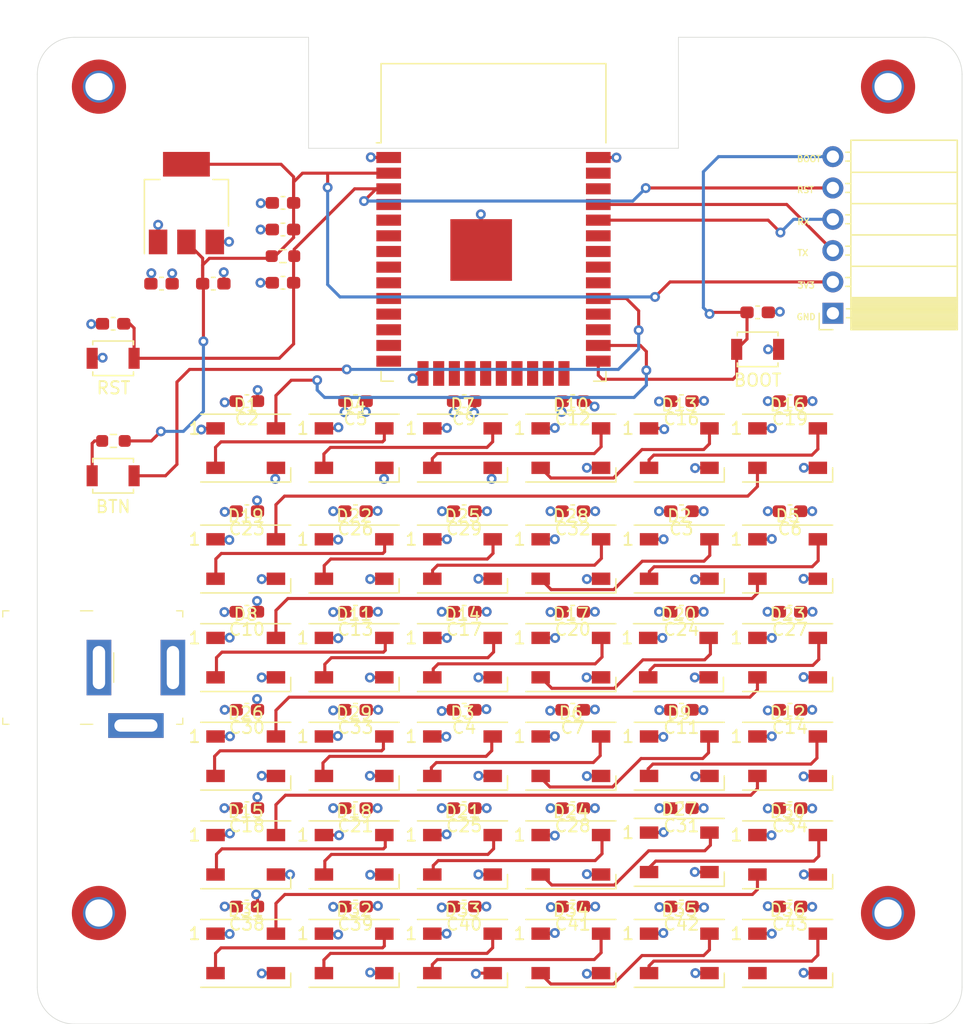
<source format=kicad_pcb>
(kicad_pcb (version 20171130) (host pcbnew 5.1.8)
  (layers (0 F.Cu power) (1 In1.Cu power) (2 In2.Cu signal) (31 B.Cu power) (34 B.Paste user) (35 F.Paste user) (36 B.SilkS user) (37 F.SilkS user) (38 B.Mask user) (39 F.Mask user) (44 Edge.Cuts user))
  (net 0 "")
  (net 1 GND)
  (net 2 +5V)
  (net 3 "Net-(D1-Pad2)")
  (net 4 LED_CTRL)
  (net 5 DOUT1)
  (net 6 "Net-(D2-Pad2)")
  (net 7 "Net-(D3-Pad2)")
  (net 8 DOUT2)
  (net 9 "Net-(D4-Pad2)")
  (net 10 "Net-(D5-Pad2)")
  (net 11 "Net-(D6-Pad2)")
  (net 12 "Net-(D10-Pad4)")
  (net 13 "Net-(D11-Pad4)")
  (net 14 "Net-(D12-Pad4)")
  (net 15 "Net-(D10-Pad2)")
  (net 16 "Net-(D11-Pad2)")
  (net 17 "Net-(D12-Pad2)")
  (net 18 "Net-(D13-Pad2)")
  (net 19 "Net-(D14-Pad2)")
  (net 20 "Net-(D15-Pad2)")
  (net 21 "Net-(D16-Pad2)")
  (net 22 "Net-(D17-Pad2)")
  (net 23 "Net-(D18-Pad2)")
  (net 24 "Net-(D19-Pad2)")
  (net 25 "Net-(D20-Pad2)")
  (net 26 "Net-(D21-Pad2)")
  (net 27 "Net-(D22-Pad2)")
  (net 28 "Net-(D23-Pad2)")
  (net 29 "Net-(D24-Pad2)")
  (net 30 "Net-(D25-Pad2)")
  (net 31 "Net-(D26-Pad2)")
  (net 32 "Net-(D27-Pad2)")
  (net 33 "Net-(U2-Pad4)")
  (net 34 "Net-(U2-Pad5)")
  (net 35 "Net-(U2-Pad6)")
  (net 36 "Net-(U2-Pad7)")
  (net 37 "Net-(U2-Pad8)")
  (net 38 "Net-(U2-Pad9)")
  (net 39 "Net-(U2-Pad10)")
  (net 40 "Net-(U2-Pad11)")
  (net 41 "Net-(U2-Pad12)")
  (net 42 "Net-(U2-Pad13)")
  (net 43 "Net-(U2-Pad14)")
  (net 44 "Net-(U2-Pad17)")
  (net 45 "Net-(U2-Pad18)")
  (net 46 "Net-(U2-Pad19)")
  (net 47 "Net-(U2-Pad20)")
  (net 48 "Net-(U2-Pad21)")
  (net 49 "Net-(U2-Pad22)")
  (net 50 "Net-(U2-Pad23)")
  (net 51 "Net-(U2-Pad24)")
  (net 52 "Net-(U2-Pad27)")
  (net 53 "Net-(U2-Pad28)")
  (net 54 "Net-(U2-Pad30)")
  (net 55 "Net-(U2-Pad31)")
  (net 56 "Net-(U2-Pad32)")
  (net 57 "Net-(U2-Pad33)")
  (net 58 "Net-(U2-Pad36)")
  (net 59 "Net-(U2-Pad37)")
  (net 60 RST)
  (net 61 BOOT)
  (net 62 3V3)
  (net 63 TX)
  (net 64 RX)
  (net 65 "Net-(U2-Pad16)")
  (net 66 DOUT3)
  (net 67 "Net-(D31-Pad2)")
  (net 68 "Net-(D32-Pad2)")
  (net 69 "Net-(D33-Pad2)")
  (net 70 "Net-(D34-Pad2)")
  (net 71 "Net-(D35-Pad2)")
  (net 72 "Net-(D36-Pad2)")
  (net 73 BUTTON)
  (net 74 "Net-(R1-Pad1)")
  (module Capacitor_SMD:C_0603_1608Metric_Pad1.08x0.95mm_HandSolder (layer F.Cu) (at 98.15 74.225 180)
    (fp_text reference C1 hide)
    (fp_text value 0.1uF)
    (pad 2 smd roundrect (at 0.8625 0 180) (size 1.075 0.95) (layers F.Cu F.Paste F.Mask) (net 1 GND))
    (pad 1 smd roundrect (at -0.8625 0 180) (size 1.075 0.95) (layers F.Cu F.Paste F.Mask) (net 60 RST))
  )
  (module Capacitor_SMD:C_0603_1608Metric_Pad1.08x0.95mm_HandSolder (layer F.Cu) (at 109 80.5 180)
    (fp_text reference C2 (at 0 -1.43) (layer F.SilkS))
    (fp_text value 0.1uF)
    (pad 1 smd roundrect (at -0.8625 0 180) (size 1.075 0.95) (layers F.Cu F.Paste F.Mask) (net 1 GND))
    (pad 2 smd roundrect (at 0.8625 0 180) (size 1.075 0.95) (layers F.Cu F.Paste F.Mask) (net 2 +5V))
  )
  (module Capacitor_SMD:C_0603_1608Metric_Pad1.08x0.95mm_HandSolder (layer F.Cu) (at 144.24 89.425 180)
    (fp_text reference C3 (at 0 -1.43) (layer F.SilkS))
    (fp_text value 0.1uF)
    (pad 1 smd roundrect (at -0.8625 0 180) (size 1.075 0.95) (layers F.Cu F.Paste F.Mask) (net 1 GND))
    (pad 2 smd roundrect (at 0.8625 0 180) (size 1.075 0.95) (layers F.Cu F.Paste F.Mask) (net 2 +5V))
  )
  (module Capacitor_SMD:C_0603_1608Metric_Pad1.08x0.95mm_HandSolder (layer F.Cu) (at 126.62 105.525 180)
    (fp_text reference C4 (at 0 -1.43) (layer F.SilkS))
    (fp_text value 0.1uF)
    (pad 2 smd roundrect (at 0.8625 0 180) (size 1.075 0.95) (layers F.Cu F.Paste F.Mask) (net 2 +5V))
    (pad 1 smd roundrect (at -0.8625 0 180) (size 1.075 0.95) (layers F.Cu F.Paste F.Mask) (net 1 GND))
  )
  (module Capacitor_SMD:C_0603_1608Metric_Pad1.08x0.95mm_HandSolder (layer F.Cu) (at 117.81 80.5 180)
    (fp_text reference C5 (at 0 -1.43) (layer F.SilkS))
    (fp_text value 0.1uF)
    (pad 2 smd roundrect (at 0.8625 0 180) (size 1.075 0.95) (layers F.Cu F.Paste F.Mask) (net 2 +5V))
    (pad 1 smd roundrect (at -0.8625 0 180) (size 1.075 0.95) (layers F.Cu F.Paste F.Mask) (net 1 GND))
  )
  (module Capacitor_SMD:C_0603_1608Metric_Pad1.08x0.95mm_HandSolder (layer F.Cu) (at 153.05 89.425 180)
    (fp_text reference C6 (at 0 -1.43) (layer F.SilkS))
    (fp_text value 0.1uF)
    (pad 2 smd roundrect (at 0.8625 0 180) (size 1.075 0.95) (layers F.Cu F.Paste F.Mask) (net 2 +5V))
    (pad 1 smd roundrect (at -0.8625 0 180) (size 1.075 0.95) (layers F.Cu F.Paste F.Mask) (net 1 GND))
  )
  (module Capacitor_SMD:C_0603_1608Metric_Pad1.08x0.95mm_HandSolder (layer F.Cu) (at 135.43 105.525 180)
    (fp_text reference C7 (at 0 -1.43) (layer F.SilkS))
    (fp_text value 0.1uF)
    (pad 1 smd roundrect (at -0.8625 0 180) (size 1.075 0.95) (layers F.Cu F.Paste F.Mask) (net 1 GND))
    (pad 2 smd roundrect (at 0.8625 0 180) (size 1.075 0.95) (layers F.Cu F.Paste F.Mask) (net 2 +5V))
  )
  (module Capacitor_SMD:C_0603_1608Metric_Pad1.08x0.95mm_HandSolder (layer F.Cu) (at 150.425 73.3)
    (fp_text reference C8 hide)
    (fp_text value 0.1uF)
    (pad 1 smd roundrect (at -0.8625 0) (size 1.075 0.95) (layers F.Cu F.Paste F.Mask) (net 61 BOOT))
    (pad 2 smd roundrect (at 0.8625 0) (size 1.075 0.95) (layers F.Cu F.Paste F.Mask) (net 1 GND))
  )
  (module Capacitor_SMD:C_0603_1608Metric_Pad1.08x0.95mm_HandSolder (layer F.Cu) (at 126.62 80.5 180)
    (fp_text reference C9 (at 0 -1.43) (layer F.SilkS))
    (fp_text value 0.1uF)
    (pad 1 smd roundrect (at -0.8625 0 180) (size 1.075 0.95) (layers F.Cu F.Paste F.Mask) (net 1 GND))
    (pad 2 smd roundrect (at 0.8625 0 180) (size 1.075 0.95) (layers F.Cu F.Paste F.Mask) (net 2 +5V))
  )
  (module Capacitor_SMD:C_0603_1608Metric_Pad1.08x0.95mm_HandSolder (layer F.Cu) (at 109 97.575 180)
    (fp_text reference C10 (at 0 -1.43) (layer F.SilkS))
    (fp_text value 0.1uF)
    (pad 1 smd roundrect (at -0.8625 0 180) (size 1.075 0.95) (layers F.Cu F.Paste F.Mask) (net 1 GND))
    (pad 2 smd roundrect (at 0.8625 0 180) (size 1.075 0.95) (layers F.Cu F.Paste F.Mask) (net 2 +5V))
  )
  (module Capacitor_SMD:C_0603_1608Metric_Pad1.08x0.95mm_HandSolder (layer F.Cu) (at 144.24 105.525 180)
    (fp_text reference C11 (at 0 -1.43) (layer F.SilkS))
    (fp_text value 0.1uF)
    (pad 2 smd roundrect (at 0.8625 0 180) (size 1.075 0.95) (layers F.Cu F.Paste F.Mask) (net 2 +5V))
    (pad 1 smd roundrect (at -0.8625 0 180) (size 1.075 0.95) (layers F.Cu F.Paste F.Mask) (net 1 GND))
  )
  (module Capacitor_SMD:C_0603_1608Metric_Pad1.08x0.95mm_HandSolder (layer F.Cu) (at 135.43 80.5 180)
    (fp_text reference C12 (at 0 -1.43) (layer F.SilkS))
    (fp_text value 0.1uF)
    (pad 2 smd roundrect (at 0.8625 0 180) (size 1.075 0.95) (layers F.Cu F.Paste F.Mask) (net 2 +5V))
    (pad 1 smd roundrect (at -0.8625 0 180) (size 1.075 0.95) (layers F.Cu F.Paste F.Mask) (net 1 GND))
  )
  (module Capacitor_SMD:C_0603_1608Metric_Pad1.08x0.95mm_HandSolder (layer F.Cu) (at 117.81 97.575 180)
    (fp_text reference C13 (at 0 -1.43) (layer F.SilkS))
    (fp_text value 0.1uF)
    (pad 2 smd roundrect (at 0.8625 0 180) (size 1.075 0.95) (layers F.Cu F.Paste F.Mask) (net 2 +5V))
    (pad 1 smd roundrect (at -0.8625 0 180) (size 1.075 0.95) (layers F.Cu F.Paste F.Mask) (net 1 GND))
  )
  (module Capacitor_SMD:C_0603_1608Metric_Pad1.08x0.95mm_HandSolder (layer F.Cu) (at 153.05 105.525 180)
    (fp_text reference C14 (at 0 -1.43) (layer F.SilkS))
    (fp_text value 0.1uF)
    (pad 1 smd roundrect (at -0.8625 0 180) (size 1.075 0.95) (layers F.Cu F.Paste F.Mask) (net 1 GND))
    (pad 2 smd roundrect (at 0.8625 0 180) (size 1.075 0.95) (layers F.Cu F.Paste F.Mask) (net 2 +5V))
  )
  (module Capacitor_SMD:C_0603_1608Metric_Pad1.08x0.95mm_HandSolder (layer F.Cu) (at 102.075 70.975)
    (fp_text reference C15 hide)
    (fp_text value 100nF)
    (pad 2 smd roundrect (at 0.8625 0) (size 1.075 0.95) (layers F.Cu F.Paste F.Mask) (net 2 +5V))
    (pad 1 smd roundrect (at -0.8625 0) (size 1.075 0.95) (layers F.Cu F.Paste F.Mask) (net 1 GND))
  )
  (module Capacitor_SMD:C_0603_1608Metric_Pad1.08x0.95mm_HandSolder (layer F.Cu) (at 144.24 80.5 180)
    (fp_text reference C16 (at 0 -1.43) (layer F.SilkS))
    (fp_text value 0.1uF)
    (pad 1 smd roundrect (at -0.8625 0 180) (size 1.075 0.95) (layers F.Cu F.Paste F.Mask) (net 1 GND))
    (pad 2 smd roundrect (at 0.8625 0 180) (size 1.075 0.95) (layers F.Cu F.Paste F.Mask) (net 2 +5V))
  )
  (module Capacitor_SMD:C_0603_1608Metric_Pad1.08x0.95mm_HandSolder (layer F.Cu) (at 126.62 97.575 180)
    (fp_text reference C17 (at 0 -1.43) (layer F.SilkS))
    (fp_text value 0.1uF)
    (pad 1 smd roundrect (at -0.8625 0 180) (size 1.075 0.95) (layers F.Cu F.Paste F.Mask) (net 1 GND))
    (pad 2 smd roundrect (at 0.8625 0 180) (size 1.075 0.95) (layers F.Cu F.Paste F.Mask) (net 2 +5V))
  )
  (module Capacitor_SMD:C_0603_1608Metric_Pad1.08x0.95mm_HandSolder (layer F.Cu) (at 109 113.5 180)
    (fp_text reference C18 (at 0 -1.43) (layer F.SilkS))
    (fp_text value 0.1uF)
    (pad 2 smd roundrect (at 0.8625 0 180) (size 1.075 0.95) (layers F.Cu F.Paste F.Mask) (net 2 +5V))
    (pad 1 smd roundrect (at -0.8625 0 180) (size 1.075 0.95) (layers F.Cu F.Paste F.Mask) (net 1 GND))
  )
  (module Capacitor_SMD:C_0603_1608Metric_Pad1.08x0.95mm_HandSolder (layer F.Cu) (at 153.05 80.5 180)
    (fp_text reference C19 (at 0 -1.43) (layer F.SilkS))
    (fp_text value 0.1uF)
    (pad 2 smd roundrect (at 0.8625 0 180) (size 1.075 0.95) (layers F.Cu F.Paste F.Mask) (net 2 +5V))
    (pad 1 smd roundrect (at -0.8625 0 180) (size 1.075 0.95) (layers F.Cu F.Paste F.Mask) (net 1 GND))
  )
  (module Capacitor_SMD:C_0603_1608Metric_Pad1.08x0.95mm_HandSolder (layer F.Cu) (at 135.43 97.575 180)
    (fp_text reference C20 (at 0 -1.43) (layer F.SilkS))
    (fp_text value 0.1uF)
    (pad 1 smd roundrect (at -0.8625 0 180) (size 1.075 0.95) (layers F.Cu F.Paste F.Mask) (net 1 GND))
    (pad 2 smd roundrect (at 0.8625 0 180) (size 1.075 0.95) (layers F.Cu F.Paste F.Mask) (net 2 +5V))
  )
  (module Capacitor_SMD:C_0603_1608Metric_Pad1.08x0.95mm_HandSolder (layer F.Cu) (at 117.81 113.5 180)
    (fp_text reference C21 (at 0 -1.43) (layer F.SilkS))
    (fp_text value 0.1uF)
    (pad 2 smd roundrect (at 0.8625 0 180) (size 1.075 0.95) (layers F.Cu F.Paste F.Mask) (net 2 +5V))
    (pad 1 smd roundrect (at -0.8625 0 180) (size 1.075 0.95) (layers F.Cu F.Paste F.Mask) (net 1 GND))
  )
  (module Capacitor_SMD:C_0603_1608Metric_Pad1.08x0.95mm_HandSolder (layer F.Cu) (at 106.275 70.975 180)
    (fp_text reference C22 hide)
    (fp_text value 10uF)
    (pad 1 smd roundrect (at -0.8625 0 180) (size 1.075 0.95) (layers F.Cu F.Paste F.Mask) (net 1 GND))
    (pad 2 smd roundrect (at 0.8625 0 180) (size 1.075 0.95) (layers F.Cu F.Paste F.Mask) (net 62 3V3))
  )
  (module Capacitor_SMD:C_0603_1608Metric_Pad1.08x0.95mm_HandSolder (layer F.Cu) (at 109 89.425 180)
    (fp_text reference C23 (at 0 -1.43) (layer F.SilkS))
    (fp_text value 0.1uF)
    (pad 1 smd roundrect (at -0.8625 0 180) (size 1.075 0.95) (layers F.Cu F.Paste F.Mask) (net 1 GND))
    (pad 2 smd roundrect (at 0.8625 0 180) (size 1.075 0.95) (layers F.Cu F.Paste F.Mask) (net 2 +5V))
  )
  (module Capacitor_SMD:C_0603_1608Metric_Pad1.08x0.95mm_HandSolder (layer F.Cu) (at 144.24 97.575 180)
    (fp_text reference C24 (at 0 -1.43) (layer F.SilkS))
    (fp_text value 0.1uF)
    (pad 2 smd roundrect (at 0.8625 0 180) (size 1.075 0.95) (layers F.Cu F.Paste F.Mask) (net 2 +5V))
    (pad 1 smd roundrect (at -0.8625 0 180) (size 1.075 0.95) (layers F.Cu F.Paste F.Mask) (net 1 GND))
  )
  (module Capacitor_SMD:C_0603_1608Metric_Pad1.08x0.95mm_HandSolder (layer F.Cu) (at 126.62 113.5 180)
    (fp_text reference C25 (at 0 -1.43) (layer F.SilkS))
    (fp_text value 0.1uF)
    (pad 1 smd roundrect (at -0.8625 0 180) (size 1.075 0.95) (layers F.Cu F.Paste F.Mask) (net 1 GND))
    (pad 2 smd roundrect (at 0.8625 0 180) (size 1.075 0.95) (layers F.Cu F.Paste F.Mask) (net 2 +5V))
  )
  (module Capacitor_SMD:C_0603_1608Metric_Pad1.08x0.95mm_HandSolder (layer F.Cu) (at 117.81 89.425 180)
    (fp_text reference C26 (at 0 -1.43) (layer F.SilkS))
    (fp_text value 0.1uF)
    (pad 2 smd roundrect (at 0.8625 0 180) (size 1.075 0.95) (layers F.Cu F.Paste F.Mask) (net 2 +5V))
    (pad 1 smd roundrect (at -0.8625 0 180) (size 1.075 0.95) (layers F.Cu F.Paste F.Mask) (net 1 GND))
  )
  (module Capacitor_SMD:C_0603_1608Metric_Pad1.08x0.95mm_HandSolder (layer F.Cu) (at 153.05 97.575 180)
    (fp_text reference C27 (at 0 -1.43) (layer F.SilkS))
    (fp_text value 0.1uF)
    (pad 1 smd roundrect (at -0.8625 0 180) (size 1.075 0.95) (layers F.Cu F.Paste F.Mask) (net 1 GND))
    (pad 2 smd roundrect (at 0.8625 0 180) (size 1.075 0.95) (layers F.Cu F.Paste F.Mask) (net 2 +5V))
  )
  (module Capacitor_SMD:C_0603_1608Metric_Pad1.08x0.95mm_HandSolder (layer F.Cu) (at 135.43 113.5 180)
    (fp_text reference C28 (at 0 -1.43) (layer F.SilkS))
    (fp_text value 0.1uF)
    (pad 1 smd roundrect (at -0.8625 0 180) (size 1.075 0.95) (layers F.Cu F.Paste F.Mask) (net 1 GND))
    (pad 2 smd roundrect (at 0.8625 0 180) (size 1.075 0.95) (layers F.Cu F.Paste F.Mask) (net 2 +5V))
  )
  (module Capacitor_SMD:C_0603_1608Metric_Pad1.08x0.95mm_HandSolder (layer F.Cu) (at 126.62 89.425 180)
    (fp_text reference C29 (at 0 -1.43) (layer F.SilkS))
    (fp_text value 0.1uF)
    (pad 1 smd roundrect (at -0.8625 0 180) (size 1.075 0.95) (layers F.Cu F.Paste F.Mask) (net 1 GND))
    (pad 2 smd roundrect (at 0.8625 0 180) (size 1.075 0.95) (layers F.Cu F.Paste F.Mask) (net 2 +5V))
  )
  (module Capacitor_SMD:C_0603_1608Metric_Pad1.08x0.95mm_HandSolder (layer F.Cu) (at 109 105.525 180)
    (fp_text reference C30 (at 0 -1.43) (layer F.SilkS))
    (fp_text value 0.1uF)
    (pad 2 smd roundrect (at 0.8625 0 180) (size 1.075 0.95) (layers F.Cu F.Paste F.Mask) (net 2 +5V))
    (pad 1 smd roundrect (at -0.8625 0 180) (size 1.075 0.95) (layers F.Cu F.Paste F.Mask) (net 1 GND))
  )
  (module Capacitor_SMD:C_0603_1608Metric_Pad1.08x0.95mm_HandSolder (layer F.Cu) (at 144.24 113.5 180)
    (fp_text reference C31 (at 0 -1.43) (layer F.SilkS))
    (fp_text value 0.1uF)
    (pad 2 smd roundrect (at 0.8625 0 180) (size 1.075 0.95) (layers F.Cu F.Paste F.Mask) (net 2 +5V))
    (pad 1 smd roundrect (at -0.8625 0 180) (size 1.075 0.95) (layers F.Cu F.Paste F.Mask) (net 1 GND))
  )
  (module Capacitor_SMD:C_0603_1608Metric_Pad1.08x0.95mm_HandSolder (layer F.Cu) (at 135.43 89.425 180)
    (fp_text reference C32 (at 0 -1.43) (layer F.SilkS))
    (fp_text value 0.1uF)
    (pad 2 smd roundrect (at 0.8625 0 180) (size 1.075 0.95) (layers F.Cu F.Paste F.Mask) (net 2 +5V))
    (pad 1 smd roundrect (at -0.8625 0 180) (size 1.075 0.95) (layers F.Cu F.Paste F.Mask) (net 1 GND))
  )
  (module Capacitor_SMD:C_0603_1608Metric_Pad1.08x0.95mm_HandSolder (layer F.Cu) (at 117.81 105.525 180)
    (fp_text reference C33 (at 0 -1.43) (layer F.SilkS))
    (fp_text value 0.1uF)
    (pad 1 smd roundrect (at -0.8625 0 180) (size 1.075 0.95) (layers F.Cu F.Paste F.Mask) (net 1 GND))
    (pad 2 smd roundrect (at 0.8625 0 180) (size 1.075 0.95) (layers F.Cu F.Paste F.Mask) (net 2 +5V))
  )
  (module Capacitor_SMD:C_0603_1608Metric_Pad1.08x0.95mm_HandSolder (layer F.Cu) (at 153.05 113.5 180)
    (fp_text reference C34 (at 0 -1.43) (layer F.SilkS))
    (fp_text value 0.1uF)
    (pad 1 smd roundrect (at -0.8625 0 180) (size 1.075 0.95) (layers F.Cu F.Paste F.Mask) (net 1 GND))
    (pad 2 smd roundrect (at 0.8625 0 180) (size 1.075 0.95) (layers F.Cu F.Paste F.Mask) (net 2 +5V))
  )
  (module Capacitor_SMD:C_0603_1608Metric_Pad1.08x0.95mm_HandSolder (layer F.Cu) (at 111.925 66.583333 180)
    (fp_text reference C35 hide)
    (fp_text value 22uF)
    (pad 1 smd roundrect (at -0.8625 0 180) (size 1.075 0.95) (layers F.Cu F.Paste F.Mask) (net 62 3V3))
    (pad 2 smd roundrect (at 0.8625 0 180) (size 1.075 0.95) (layers F.Cu F.Paste F.Mask) (net 1 GND))
  )
  (module Capacitor_SMD:C_0603_1608Metric_Pad1.08x0.95mm_HandSolder (layer F.Cu) (at 111.925 64.425 180)
    (fp_text reference C36 hide)
    (fp_text value 0.1uF)
    (pad 2 smd roundrect (at 0.8625 0 180) (size 1.075 0.95) (layers F.Cu F.Paste F.Mask) (net 1 GND))
    (pad 1 smd roundrect (at -0.8625 0 180) (size 1.075 0.95) (layers F.Cu F.Paste F.Mask) (net 62 3V3))
  )
  (module Capacitor_SMD:C_0603_1608Metric_Pad1.08x0.95mm_HandSolder (layer F.Cu) (at 111.925 70.9 180)
    (fp_text reference C37 hide)
    (fp_text value 0.1uF)
    (pad 2 smd roundrect (at 0.8625 0 180) (size 1.075 0.95) (layers F.Cu F.Paste F.Mask) (net 1 GND))
    (pad 1 smd roundrect (at -0.8625 0 180) (size 1.075 0.95) (layers F.Cu F.Paste F.Mask) (net 60 RST))
  )
  (module LED_SMD:LED_WS2812B_PLCC4_5.0x5.0mm_P3.2mm (layer F.Cu) (at 108.905555 84.306)
    (fp_text reference D1 (at 0 -3.5) (layer F.SilkS))
    (fp_text value WS2812B)
    (fp_text user 1 (at -4.15 -1.6) (layer F.SilkS))
    (pad 1 smd rect (at -2.45 -1.6) (size 1.5 1) (layers F.Cu F.Paste F.Mask) (net 2 +5V))
    (pad 2 smd rect (at -2.45 1.6) (size 1.5 1) (layers F.Cu F.Paste F.Mask) (net 3 "Net-(D1-Pad2)"))
    (pad 4 smd rect (at 2.45 -1.6) (size 1.5 1) (layers F.Cu F.Paste F.Mask) (net 4 LED_CTRL))
    (pad 3 smd rect (at 2.45 1.6) (size 1.5 1) (layers F.Cu F.Paste F.Mask) (net 1 GND))
  )
  (module LED_SMD:LED_WS2812B_PLCC4_5.0x5.0mm_P3.2mm (layer F.Cu) (at 144.067775 93.2998)
    (fp_text reference D2 (at 0 -3.5) (layer F.SilkS))
    (fp_text value WS2812B)
    (fp_text user 1 (at -4.15 -1.6) (layer F.SilkS))
    (pad 3 smd rect (at 2.45 1.6) (size 1.5 1) (layers F.Cu F.Paste F.Mask) (net 1 GND))
    (pad 4 smd rect (at 2.45 -1.6) (size 1.5 1) (layers F.Cu F.Paste F.Mask) (net 5 DOUT1))
    (pad 2 smd rect (at -2.45 1.6) (size 1.5 1) (layers F.Cu F.Paste F.Mask) (net 6 "Net-(D2-Pad2)"))
    (pad 1 smd rect (at -2.45 -1.6) (size 1.5 1) (layers F.Cu F.Paste F.Mask) (net 2 +5V))
  )
  (module LED_SMD:LED_WS2812B_PLCC4_5.0x5.0mm_P3.2mm (layer F.Cu) (at 126.486665 109.2874)
    (fp_text reference D3 (at 0 -3.5) (layer F.SilkS))
    (fp_text value WS2812B)
    (fp_text user 1 (at -4.15 -1.6) (layer F.SilkS))
    (pad 1 smd rect (at -2.45 -1.6) (size 1.5 1) (layers F.Cu F.Paste F.Mask) (net 2 +5V))
    (pad 2 smd rect (at -2.45 1.6) (size 1.5 1) (layers F.Cu F.Paste F.Mask) (net 7 "Net-(D3-Pad2)"))
    (pad 4 smd rect (at 2.45 -1.6) (size 1.5 1) (layers F.Cu F.Paste F.Mask) (net 8 DOUT2))
    (pad 3 smd rect (at 2.45 1.6) (size 1.5 1) (layers F.Cu F.Paste F.Mask) (net 1 GND))
  )
  (module LED_SMD:LED_WS2812B_PLCC4_5.0x5.0mm_P3.2mm (layer F.Cu) (at 117.69611 84.306)
    (fp_text reference D4 (at 0 -3.5) (layer F.SilkS))
    (fp_text value WS2812B)
    (fp_text user 1 (at -4.15 -1.6) (layer F.SilkS))
    (pad 3 smd rect (at 2.45 1.6) (size 1.5 1) (layers F.Cu F.Paste F.Mask) (net 1 GND))
    (pad 4 smd rect (at 2.45 -1.6) (size 1.5 1) (layers F.Cu F.Paste F.Mask) (net 3 "Net-(D1-Pad2)"))
    (pad 2 smd rect (at -2.45 1.6) (size 1.5 1) (layers F.Cu F.Paste F.Mask) (net 9 "Net-(D4-Pad2)"))
    (pad 1 smd rect (at -2.45 -1.6) (size 1.5 1) (layers F.Cu F.Paste F.Mask) (net 2 +5V))
  )
  (module LED_SMD:LED_WS2812B_PLCC4_5.0x5.0mm_P3.2mm (layer F.Cu) (at 152.85833 93.2998)
    (fp_text reference D5 (at 0 -3.5) (layer F.SilkS))
    (fp_text value WS2812B)
    (fp_text user 1 (at -4.15 -1.6) (layer F.SilkS))
    (pad 1 smd rect (at -2.45 -1.6) (size 1.5 1) (layers F.Cu F.Paste F.Mask) (net 2 +5V))
    (pad 2 smd rect (at -2.45 1.6) (size 1.5 1) (layers F.Cu F.Paste F.Mask) (net 10 "Net-(D5-Pad2)"))
    (pad 4 smd rect (at 2.45 -1.6) (size 1.5 1) (layers F.Cu F.Paste F.Mask) (net 6 "Net-(D2-Pad2)"))
    (pad 3 smd rect (at 2.45 1.6) (size 1.5 1) (layers F.Cu F.Paste F.Mask) (net 1 GND))
  )
  (module LED_SMD:LED_WS2812B_PLCC4_5.0x5.0mm_P3.2mm (layer F.Cu) (at 135.27722 109.2874)
    (fp_text reference D6 (at 0 -3.5) (layer F.SilkS))
    (fp_text value WS2812B)
    (fp_text user 1 (at -4.15 -1.6) (layer F.SilkS))
    (pad 1 smd rect (at -2.45 -1.6) (size 1.5 1) (layers F.Cu F.Paste F.Mask) (net 2 +5V))
    (pad 2 smd rect (at -2.45 1.6) (size 1.5 1) (layers F.Cu F.Paste F.Mask) (net 11 "Net-(D6-Pad2)"))
    (pad 4 smd rect (at 2.45 -1.6) (size 1.5 1) (layers F.Cu F.Paste F.Mask) (net 7 "Net-(D3-Pad2)"))
    (pad 3 smd rect (at 2.45 1.6) (size 1.5 1) (layers F.Cu F.Paste F.Mask) (net 1 GND))
  )
  (module LED_SMD:LED_WS2812B_PLCC4_5.0x5.0mm_P3.2mm (layer F.Cu) (at 126.486665 84.306)
    (fp_text reference D7 (at 0 -3.5) (layer F.SilkS))
    (fp_text value WS2812B)
    (fp_text user 1 (at -4.15 -1.6) (layer F.SilkS))
    (pad 3 smd rect (at 2.45 1.6) (size 1.5 1) (layers F.Cu F.Paste F.Mask) (net 1 GND))
    (pad 4 smd rect (at 2.45 -1.6) (size 1.5 1) (layers F.Cu F.Paste F.Mask) (net 9 "Net-(D4-Pad2)"))
    (pad 2 smd rect (at -2.45 1.6) (size 1.5 1) (layers F.Cu F.Paste F.Mask) (net 12 "Net-(D10-Pad4)"))
    (pad 1 smd rect (at -2.45 -1.6) (size 1.5 1) (layers F.Cu F.Paste F.Mask) (net 2 +5V))
  )
  (module LED_SMD:LED_WS2812B_PLCC4_5.0x5.0mm_P3.2mm (layer F.Cu) (at 108.905555 101.2936)
    (fp_text reference D8 (at 0 -3.5) (layer F.SilkS))
    (fp_text value WS2812B)
    (fp_text user 1 (at -4.15 -1.6) (layer F.SilkS))
    (pad 3 smd rect (at 2.45 1.6) (size 1.5 1) (layers F.Cu F.Paste F.Mask) (net 1 GND))
    (pad 4 smd rect (at 2.45 -1.6) (size 1.5 1) (layers F.Cu F.Paste F.Mask) (net 10 "Net-(D5-Pad2)"))
    (pad 2 smd rect (at -2.45 1.6) (size 1.5 1) (layers F.Cu F.Paste F.Mask) (net 13 "Net-(D11-Pad4)"))
    (pad 1 smd rect (at -2.45 -1.6) (size 1.5 1) (layers F.Cu F.Paste F.Mask) (net 2 +5V))
  )
  (module LED_SMD:LED_WS2812B_PLCC4_5.0x5.0mm_P3.2mm (layer F.Cu) (at 144.067775 109.2874)
    (fp_text reference D9 (at 0 -3.5) (layer F.SilkS))
    (fp_text value WS2812B)
    (fp_text user 1 (at -4.15 -1.6) (layer F.SilkS))
    (pad 1 smd rect (at -2.45 -1.6) (size 1.5 1) (layers F.Cu F.Paste F.Mask) (net 2 +5V))
    (pad 2 smd rect (at -2.45 1.6) (size 1.5 1) (layers F.Cu F.Paste F.Mask) (net 14 "Net-(D12-Pad4)"))
    (pad 4 smd rect (at 2.45 -1.6) (size 1.5 1) (layers F.Cu F.Paste F.Mask) (net 11 "Net-(D6-Pad2)"))
    (pad 3 smd rect (at 2.45 1.6) (size 1.5 1) (layers F.Cu F.Paste F.Mask) (net 1 GND))
  )
  (module LED_SMD:LED_WS2812B_PLCC4_5.0x5.0mm_P3.2mm (layer F.Cu) (at 135.27722 84.306)
    (fp_text reference D10 (at 0 -3.5) (layer F.SilkS))
    (fp_text value WS2812B)
    (fp_text user 1 (at -4.15 -1.6) (layer F.SilkS))
    (pad 1 smd rect (at -2.45 -1.6) (size 1.5 1) (layers F.Cu F.Paste F.Mask) (net 2 +5V))
    (pad 2 smd rect (at -2.45 1.6) (size 1.5 1) (layers F.Cu F.Paste F.Mask) (net 15 "Net-(D10-Pad2)"))
    (pad 4 smd rect (at 2.45 -1.6) (size 1.5 1) (layers F.Cu F.Paste F.Mask) (net 12 "Net-(D10-Pad4)"))
    (pad 3 smd rect (at 2.45 1.6) (size 1.5 1) (layers F.Cu F.Paste F.Mask) (net 1 GND))
  )
  (module LED_SMD:LED_WS2812B_PLCC4_5.0x5.0mm_P3.2mm (layer F.Cu) (at 117.69611 101.2936)
    (fp_text reference D11 (at 0 -3.5) (layer F.SilkS))
    (fp_text value WS2812B)
    (fp_text user 1 (at -4.15 -1.6) (layer F.SilkS))
    (pad 1 smd rect (at -2.45 -1.6) (size 1.5 1) (layers F.Cu F.Paste F.Mask) (net 2 +5V))
    (pad 2 smd rect (at -2.45 1.6) (size 1.5 1) (layers F.Cu F.Paste F.Mask) (net 16 "Net-(D11-Pad2)"))
    (pad 4 smd rect (at 2.45 -1.6) (size 1.5 1) (layers F.Cu F.Paste F.Mask) (net 13 "Net-(D11-Pad4)"))
    (pad 3 smd rect (at 2.45 1.6) (size 1.5 1) (layers F.Cu F.Paste F.Mask) (net 1 GND))
  )
  (module LED_SMD:LED_WS2812B_PLCC4_5.0x5.0mm_P3.2mm (layer F.Cu) (at 152.85833 109.2874)
    (fp_text reference D12 (at 0 -3.5) (layer F.SilkS))
    (fp_text value WS2812B)
    (fp_text user 1 (at -4.15 -1.6) (layer F.SilkS))
    (pad 3 smd rect (at 2.45 1.6) (size 1.5 1) (layers F.Cu F.Paste F.Mask) (net 1 GND))
    (pad 4 smd rect (at 2.45 -1.6) (size 1.5 1) (layers F.Cu F.Paste F.Mask) (net 14 "Net-(D12-Pad4)"))
    (pad 2 smd rect (at -2.45 1.6) (size 1.5 1) (layers F.Cu F.Paste F.Mask) (net 17 "Net-(D12-Pad2)"))
    (pad 1 smd rect (at -2.45 -1.6) (size 1.5 1) (layers F.Cu F.Paste F.Mask) (net 2 +5V))
  )
  (module LED_SMD:LED_WS2812B_PLCC4_5.0x5.0mm_P3.2mm (layer F.Cu) (at 144.067775 84.306)
    (fp_text reference D13 (at 0 -3.5) (layer F.SilkS))
    (fp_text value WS2812B)
    (fp_text user 1 (at -4.15 -1.6) (layer F.SilkS))
    (pad 3 smd rect (at 2.45 1.6) (size 1.5 1) (layers F.Cu F.Paste F.Mask) (net 1 GND))
    (pad 4 smd rect (at 2.45 -1.6) (size 1.5 1) (layers F.Cu F.Paste F.Mask) (net 15 "Net-(D10-Pad2)"))
    (pad 2 smd rect (at -2.45 1.6) (size 1.5 1) (layers F.Cu F.Paste F.Mask) (net 18 "Net-(D13-Pad2)"))
    (pad 1 smd rect (at -2.45 -1.6) (size 1.5 1) (layers F.Cu F.Paste F.Mask) (net 2 +5V))
  )
  (module LED_SMD:LED_WS2812B_PLCC4_5.0x5.0mm_P3.2mm (layer F.Cu) (at 126.486665 101.2936)
    (fp_text reference D14 (at 0 -3.5) (layer F.SilkS))
    (fp_text value WS2812B)
    (fp_text user 1 (at -4.15 -1.6) (layer F.SilkS))
    (pad 1 smd rect (at -2.45 -1.6) (size 1.5 1) (layers F.Cu F.Paste F.Mask) (net 2 +5V))
    (pad 2 smd rect (at -2.45 1.6) (size 1.5 1) (layers F.Cu F.Paste F.Mask) (net 19 "Net-(D14-Pad2)"))
    (pad 4 smd rect (at 2.45 -1.6) (size 1.5 1) (layers F.Cu F.Paste F.Mask) (net 16 "Net-(D11-Pad2)"))
    (pad 3 smd rect (at 2.45 1.6) (size 1.5 1) (layers F.Cu F.Paste F.Mask) (net 1 GND))
  )
  (module LED_SMD:LED_WS2812B_PLCC4_5.0x5.0mm_P3.2mm (layer F.Cu) (at 108.905555 117.2812)
    (fp_text reference D15 (at 0 -3.5) (layer F.SilkS))
    (fp_text value WS2812B)
    (fp_text user 1 (at -4.15 -1.6) (layer F.SilkS))
    (pad 1 smd rect (at -2.45 -1.6) (size 1.5 1) (layers F.Cu F.Paste F.Mask) (net 2 +5V))
    (pad 2 smd rect (at -2.45 1.6) (size 1.5 1) (layers F.Cu F.Paste F.Mask) (net 20 "Net-(D15-Pad2)"))
    (pad 4 smd rect (at 2.45 -1.6) (size 1.5 1) (layers F.Cu F.Paste F.Mask) (net 17 "Net-(D12-Pad2)"))
    (pad 3 smd rect (at 2.45 1.6) (size 1.5 1) (layers F.Cu F.Paste F.Mask) (net 1 GND))
  )
  (module LED_SMD:LED_WS2812B_PLCC4_5.0x5.0mm_P3.2mm (layer F.Cu) (at 152.85833 84.306)
    (fp_text reference D16 (at 0 -3.5) (layer F.SilkS))
    (fp_text value WS2812B)
    (fp_text user 1 (at -4.15 -1.6) (layer F.SilkS))
    (pad 1 smd rect (at -2.45 -1.6) (size 1.5 1) (layers F.Cu F.Paste F.Mask) (net 2 +5V))
    (pad 2 smd rect (at -2.45 1.6) (size 1.5 1) (layers F.Cu F.Paste F.Mask) (net 21 "Net-(D16-Pad2)"))
    (pad 4 smd rect (at 2.45 -1.6) (size 1.5 1) (layers F.Cu F.Paste F.Mask) (net 18 "Net-(D13-Pad2)"))
    (pad 3 smd rect (at 2.45 1.6) (size 1.5 1) (layers F.Cu F.Paste F.Mask) (net 1 GND))
  )
  (module LED_SMD:LED_WS2812B_PLCC4_5.0x5.0mm_P3.2mm (layer F.Cu) (at 135.27722 101.2936)
    (fp_text reference D17 (at 0 -3.5) (layer F.SilkS))
    (fp_text value WS2812B)
    (fp_text user 1 (at -4.15 -1.6) (layer F.SilkS))
    (pad 3 smd rect (at 2.45 1.6) (size 1.5 1) (layers F.Cu F.Paste F.Mask) (net 1 GND))
    (pad 4 smd rect (at 2.45 -1.6) (size 1.5 1) (layers F.Cu F.Paste F.Mask) (net 19 "Net-(D14-Pad2)"))
    (pad 2 smd rect (at -2.45 1.6) (size 1.5 1) (layers F.Cu F.Paste F.Mask) (net 22 "Net-(D17-Pad2)"))
    (pad 1 smd rect (at -2.45 -1.6) (size 1.5 1) (layers F.Cu F.Paste F.Mask) (net 2 +5V))
  )
  (module LED_SMD:LED_WS2812B_PLCC4_5.0x5.0mm_P3.2mm (layer F.Cu) (at 117.69611 117.2812)
    (fp_text reference D18 (at 0 -3.5) (layer F.SilkS))
    (fp_text value WS2812B)
    (fp_text user 1 (at -4.15 -1.6) (layer F.SilkS))
    (pad 3 smd rect (at 2.45 1.6) (size 1.5 1) (layers F.Cu F.Paste F.Mask) (net 1 GND))
    (pad 4 smd rect (at 2.45 -1.6) (size 1.5 1) (layers F.Cu F.Paste F.Mask) (net 20 "Net-(D15-Pad2)"))
    (pad 2 smd rect (at -2.45 1.6) (size 1.5 1) (layers F.Cu F.Paste F.Mask) (net 23 "Net-(D18-Pad2)"))
    (pad 1 smd rect (at -2.45 -1.6) (size 1.5 1) (layers F.Cu F.Paste F.Mask) (net 2 +5V))
  )
  (module LED_SMD:LED_WS2812B_PLCC4_5.0x5.0mm_P3.2mm (layer F.Cu) (at 108.905555 93.2998)
    (fp_text reference D19 (at 0 -3.5) (layer F.SilkS))
    (fp_text value WS2812B)
    (fp_text user 1 (at -4.15 -1.6) (layer F.SilkS))
    (pad 3 smd rect (at 2.45 1.6) (size 1.5 1) (layers F.Cu F.Paste F.Mask) (net 1 GND))
    (pad 4 smd rect (at 2.45 -1.6) (size 1.5 1) (layers F.Cu F.Paste F.Mask) (net 21 "Net-(D16-Pad2)"))
    (pad 2 smd rect (at -2.45 1.6) (size 1.5 1) (layers F.Cu F.Paste F.Mask) (net 24 "Net-(D19-Pad2)"))
    (pad 1 smd rect (at -2.45 -1.6) (size 1.5 1) (layers F.Cu F.Paste F.Mask) (net 2 +5V))
  )
  (module LED_SMD:LED_WS2812B_PLCC4_5.0x5.0mm_P3.2mm (layer F.Cu) (at 144 101.2936)
    (fp_text reference D20 (at 0 -3.5) (layer F.SilkS))
    (fp_text value WS2812B)
    (fp_text user 1 (at -4.15 -1.6) (layer F.SilkS))
    (pad 1 smd rect (at -2.45 -1.6) (size 1.5 1) (layers F.Cu F.Paste F.Mask) (net 2 +5V))
    (pad 2 smd rect (at -2.45 1.6) (size 1.5 1) (layers F.Cu F.Paste F.Mask) (net 25 "Net-(D20-Pad2)"))
    (pad 4 smd rect (at 2.45 -1.6) (size 1.5 1) (layers F.Cu F.Paste F.Mask) (net 22 "Net-(D17-Pad2)"))
    (pad 3 smd rect (at 2.45 1.6) (size 1.5 1) (layers F.Cu F.Paste F.Mask) (net 1 GND))
  )
  (module LED_SMD:LED_WS2812B_PLCC4_5.0x5.0mm_P3.2mm (layer F.Cu) (at 126.486665 117.2812)
    (fp_text reference D21 (at 0 -3.5) (layer F.SilkS))
    (fp_text value WS2812B)
    (fp_text user 1 (at -4.15 -1.6) (layer F.SilkS))
    (pad 1 smd rect (at -2.45 -1.6) (size 1.5 1) (layers F.Cu F.Paste F.Mask) (net 2 +5V))
    (pad 2 smd rect (at -2.45 1.6) (size 1.5 1) (layers F.Cu F.Paste F.Mask) (net 26 "Net-(D21-Pad2)"))
    (pad 4 smd rect (at 2.45 -1.6) (size 1.5 1) (layers F.Cu F.Paste F.Mask) (net 23 "Net-(D18-Pad2)"))
    (pad 3 smd rect (at 2.45 1.6) (size 1.5 1) (layers F.Cu F.Paste F.Mask) (net 1 GND))
  )
  (module LED_SMD:LED_WS2812B_PLCC4_5.0x5.0mm_P3.2mm (layer F.Cu) (at 117.69611 93.2998)
    (fp_text reference D22 (at 0 -3.5) (layer F.SilkS))
    (fp_text value WS2812B)
    (fp_text user 1 (at -4.15 -1.6) (layer F.SilkS))
    (pad 1 smd rect (at -2.45 -1.6) (size 1.5 1) (layers F.Cu F.Paste F.Mask) (net 2 +5V))
    (pad 2 smd rect (at -2.45 1.6) (size 1.5 1) (layers F.Cu F.Paste F.Mask) (net 27 "Net-(D22-Pad2)"))
    (pad 4 smd rect (at 2.45 -1.6) (size 1.5 1) (layers F.Cu F.Paste F.Mask) (net 24 "Net-(D19-Pad2)"))
    (pad 3 smd rect (at 2.45 1.6) (size 1.5 1) (layers F.Cu F.Paste F.Mask) (net 1 GND))
  )
  (module LED_SMD:LED_WS2812B_PLCC4_5.0x5.0mm_P3.2mm (layer F.Cu) (at 152.85833 101.2936)
    (fp_text reference D23 (at 0 -3.5) (layer F.SilkS))
    (fp_text value WS2812B)
    (fp_text user 1 (at -4.15 -1.6) (layer F.SilkS))
    (pad 3 smd rect (at 2.45 1.6) (size 1.5 1) (layers F.Cu F.Paste F.Mask) (net 1 GND))
    (pad 4 smd rect (at 2.45 -1.6) (size 1.5 1) (layers F.Cu F.Paste F.Mask) (net 25 "Net-(D20-Pad2)"))
    (pad 2 smd rect (at -2.45 1.6) (size 1.5 1) (layers F.Cu F.Paste F.Mask) (net 28 "Net-(D23-Pad2)"))
    (pad 1 smd rect (at -2.45 -1.6) (size 1.5 1) (layers F.Cu F.Paste F.Mask) (net 2 +5V))
  )
  (module LED_SMD:LED_WS2812B_PLCC4_5.0x5.0mm_P3.2mm (layer F.Cu) (at 135.27722 117.2812)
    (fp_text reference D24 (at 0 -3.5) (layer F.SilkS))
    (fp_text value WS2812B)
    (fp_text user 1 (at -4.15 -1.6) (layer F.SilkS))
    (pad 3 smd rect (at 2.45 1.6) (size 1.5 1) (layers F.Cu F.Paste F.Mask) (net 1 GND))
    (pad 4 smd rect (at 2.45 -1.6) (size 1.5 1) (layers F.Cu F.Paste F.Mask) (net 26 "Net-(D21-Pad2)"))
    (pad 2 smd rect (at -2.45 1.6) (size 1.5 1) (layers F.Cu F.Paste F.Mask) (net 29 "Net-(D24-Pad2)"))
    (pad 1 smd rect (at -2.45 -1.6) (size 1.5 1) (layers F.Cu F.Paste F.Mask) (net 2 +5V))
  )
  (module LED_SMD:LED_WS2812B_PLCC4_5.0x5.0mm_P3.2mm (layer F.Cu) (at 126.486665 93.2998)
    (fp_text reference D25 (at 0 -3.5) (layer F.SilkS))
    (fp_text value WS2812B)
    (fp_text user 1 (at -4.15 -1.6) (layer F.SilkS))
    (pad 3 smd rect (at 2.45 1.6) (size 1.5 1) (layers F.Cu F.Paste F.Mask) (net 1 GND))
    (pad 4 smd rect (at 2.45 -1.6) (size 1.5 1) (layers F.Cu F.Paste F.Mask) (net 27 "Net-(D22-Pad2)"))
    (pad 2 smd rect (at -2.45 1.6) (size 1.5 1) (layers F.Cu F.Paste F.Mask) (net 30 "Net-(D25-Pad2)"))
    (pad 1 smd rect (at -2.45 -1.6) (size 1.5 1) (layers F.Cu F.Paste F.Mask) (net 2 +5V))
  )
  (module LED_SMD:LED_WS2812B_PLCC4_5.0x5.0mm_P3.2mm (layer F.Cu) (at 108.905555 109.2874)
    (fp_text reference D26 (at 0 -3.5) (layer F.SilkS))
    (fp_text value WS2812B)
    (fp_text user 1 (at -4.15 -1.6) (layer F.SilkS))
    (pad 1 smd rect (at -2.45 -1.6) (size 1.5 1) (layers F.Cu F.Paste F.Mask) (net 2 +5V))
    (pad 2 smd rect (at -2.45 1.6) (size 1.5 1) (layers F.Cu F.Paste F.Mask) (net 31 "Net-(D26-Pad2)"))
    (pad 4 smd rect (at 2.45 -1.6) (size 1.5 1) (layers F.Cu F.Paste F.Mask) (net 28 "Net-(D23-Pad2)"))
    (pad 3 smd rect (at 2.45 1.6) (size 1.5 1) (layers F.Cu F.Paste F.Mask) (net 1 GND))
  )
  (module LED_SMD:LED_WS2812B_PLCC4_5.0x5.0mm_P3.2mm (layer F.Cu) (at 144.067775 117.0812)
    (fp_text reference D27 (at 0 -3.5) (layer F.SilkS))
    (fp_text value WS2812B)
    (fp_text user 1 (at -4.15 -1.6) (layer F.SilkS))
    (pad 3 smd rect (at 2.45 1.6) (size 1.5 1) (layers F.Cu F.Paste F.Mask) (net 1 GND))
    (pad 4 smd rect (at 2.45 -1.6) (size 1.5 1) (layers F.Cu F.Paste F.Mask) (net 29 "Net-(D24-Pad2)"))
    (pad 2 smd rect (at -2.45 1.6) (size 1.5 1) (layers F.Cu F.Paste F.Mask) (net 32 "Net-(D27-Pad2)"))
    (pad 1 smd rect (at -2.45 -1.6) (size 1.5 1) (layers F.Cu F.Paste F.Mask) (net 2 +5V))
  )
  (module LED_SMD:LED_WS2812B_PLCC4_5.0x5.0mm_P3.2mm (layer F.Cu) (at 135.27722 93.2998)
    (fp_text reference D28 (at 0 -3.5) (layer F.SilkS))
    (fp_text value WS2812B)
    (fp_text user 1 (at -4.15 -1.6) (layer F.SilkS))
    (pad 1 smd rect (at -2.45 -1.6) (size 1.5 1) (layers F.Cu F.Paste F.Mask) (net 2 +5V))
    (pad 2 smd rect (at -2.45 1.6) (size 1.5 1) (layers F.Cu F.Paste F.Mask) (net 5 DOUT1))
    (pad 4 smd rect (at 2.45 -1.6) (size 1.5 1) (layers F.Cu F.Paste F.Mask) (net 30 "Net-(D25-Pad2)"))
    (pad 3 smd rect (at 2.45 1.6) (size 1.5 1) (layers F.Cu F.Paste F.Mask) (net 1 GND))
  )
  (module LED_SMD:LED_WS2812B_PLCC4_5.0x5.0mm_P3.2mm (layer F.Cu) (at 117.69611 109.2874)
    (fp_text reference D29 (at 0 -3.5) (layer F.SilkS))
    (fp_text value WS2812B)
    (fp_text user 1 (at -4.15 -1.6) (layer F.SilkS))
    (pad 3 smd rect (at 2.45 1.6) (size 1.5 1) (layers F.Cu F.Paste F.Mask) (net 1 GND))
    (pad 4 smd rect (at 2.45 -1.6) (size 1.5 1) (layers F.Cu F.Paste F.Mask) (net 31 "Net-(D26-Pad2)"))
    (pad 2 smd rect (at -2.45 1.6) (size 1.5 1) (layers F.Cu F.Paste F.Mask) (net 8 DOUT2))
    (pad 1 smd rect (at -2.45 -1.6) (size 1.5 1) (layers F.Cu F.Paste F.Mask) (net 2 +5V))
  )
  (module LED_SMD:LED_WS2812B_PLCC4_5.0x5.0mm_P3.2mm (layer F.Cu) (at 152.85833 117.2812)
    (fp_text reference D30 (at 0 -3.5) (layer F.SilkS))
    (fp_text value WS2812B)
    (fp_text user 1 (at -4.15 -1.6) (layer F.SilkS))
    (pad 3 smd rect (at 2.45 1.6) (size 1.5 1) (layers F.Cu F.Paste F.Mask) (net 1 GND))
    (pad 4 smd rect (at 2.45 -1.6) (size 1.5 1) (layers F.Cu F.Paste F.Mask) (net 32 "Net-(D27-Pad2)"))
    (pad 2 smd rect (at -2.45 1.6) (size 1.5 1) (layers F.Cu F.Paste F.Mask) (net 66 DOUT3))
    (pad 1 smd rect (at -2.45 -1.6) (size 1.5 1) (layers F.Cu F.Paste F.Mask) (net 2 +5V))
  )
  (module digikey-footprints:Barrel_Jack_5.5mmODx2.1mmID_PJ-202A (layer F.Cu) (at 100 102.1 90)
    (fp_text reference J1 hide)
    (fp_text value PJ-202A)
    (pad 2 thru_hole rect (at 0 -3 90) (size 4.5 2) (drill oval 3.5 1) (layers *.Cu *.Mask) (net 1 GND))
    (pad 1 thru_hole rect (at 0 3 90) (size 4.5 2) (drill oval 3.5 1) (layers *.Cu *.Mask) (net 2 +5V))
    (pad 3 thru_hole rect (at -4.7 0 90) (size 2 4.5) (drill oval 1 3.5) (layers *.Cu *.Mask) (net 1 GND))
  )
  (module Resistor_SMD:R_0603_1608Metric_Pad0.98x0.95mm_HandSolder (layer F.Cu) (at 111.925 68.741666)
    (fp_text reference R2 hide)
    (fp_text value 10k)
    (pad 1 smd roundrect (at -0.9125 0) (size 0.975 0.95) (layers F.Cu F.Paste F.Mask) (net 62 3V3))
    (pad 2 smd roundrect (at 0.9125 0) (size 0.975 0.95) (layers F.Cu F.Paste F.Mask) (net 60 RST))
  )
  (module Button_Switch_SMD:SW_SPST_B3U-1000P (layer F.Cu) (at 98.15 77.025)
    (fp_text reference RST (at 0.025 2.4) (layer F.SilkS))
    (fp_text value SW_Push)
    (pad 2 smd rect (at 1.7 0) (size 0.9 1.7) (layers F.Cu F.Paste F.Mask) (net 60 RST))
    (pad 1 smd rect (at -1.7 0) (size 0.9 1.7) (layers F.Cu F.Paste F.Mask) (net 1 GND))
  )
  (module Button_Switch_SMD:SW_SPST_B3U-1000P (layer F.Cu) (at 150.425 76.3 180)
    (fp_text reference BOOT (at 0 -2.5) (layer F.SilkS))
    (fp_text value SW_Push)
    (pad 1 smd rect (at -1.7 0 180) (size 0.9 1.7) (layers F.Cu F.Paste F.Mask) (net 1 GND))
    (pad 2 smd rect (at 1.7 0 180) (size 0.9 1.7) (layers F.Cu F.Paste F.Mask) (net 61 BOOT))
  )
  (module Package_TO_SOT_SMD:SOT-223-3_TabPin2 (layer F.Cu) (at 104.096 64.442 90)
    (fp_text reference U1 hide)
    (fp_text value LD1117S12TR_SOT223)
    (pad 2 smd rect (at 3.15 0 90) (size 2 3.8) (layers F.Cu F.Paste F.Mask) (net 62 3V3))
    (pad 2 smd rect (at -3.15 0 90) (size 2 1.5) (layers F.Cu F.Paste F.Mask) (net 62 3V3))
    (pad 3 smd rect (at -3.15 2.3 90) (size 2 1.5) (layers F.Cu F.Paste F.Mask) (net 2 +5V))
    (pad 1 smd rect (at -3.15 -2.3 90) (size 2 1.5) (layers F.Cu F.Paste F.Mask) (net 1 GND))
  )
  (module RF_Module:ESP32-WROOM-32 (layer F.Cu) (at 129 69)
    (fp_text reference U2 hide)
    (fp_text value ESP32-WROOM-32D)
    (pad 38 smd rect (at 8.5 -8.255) (size 2 0.9) (layers F.Cu F.Paste F.Mask) (net 1 GND))
    (pad 37 smd rect (at 8.5 -6.985) (size 2 0.9) (layers F.Cu F.Paste F.Mask) (net 59 "Net-(U2-Pad37)"))
    (pad 36 smd rect (at 8.5 -5.715) (size 2 0.9) (layers F.Cu F.Paste F.Mask) (net 58 "Net-(U2-Pad36)"))
    (pad 35 smd rect (at 8.5 -4.445) (size 2 0.9) (layers F.Cu F.Paste F.Mask) (net 63 TX))
    (pad 34 smd rect (at 8.5 -3.175) (size 2 0.9) (layers F.Cu F.Paste F.Mask) (net 64 RX))
    (pad 33 smd rect (at 8.5 -1.905) (size 2 0.9) (layers F.Cu F.Paste F.Mask) (net 57 "Net-(U2-Pad33)"))
    (pad 32 smd rect (at 8.5 -0.635) (size 2 0.9) (layers F.Cu F.Paste F.Mask) (net 56 "Net-(U2-Pad32)"))
    (pad 31 smd rect (at 8.5 0.635) (size 2 0.9) (layers F.Cu F.Paste F.Mask) (net 55 "Net-(U2-Pad31)"))
    (pad 30 smd rect (at 8.5 1.905) (size 2 0.9) (layers F.Cu F.Paste F.Mask) (net 54 "Net-(U2-Pad30)"))
    (pad 29 smd rect (at 8.5 3.175) (size 2 0.9) (layers F.Cu F.Paste F.Mask) (net 73 BUTTON))
    (pad 28 smd rect (at 8.5 4.445) (size 2 0.9) (layers F.Cu F.Paste F.Mask) (net 53 "Net-(U2-Pad28)"))
    (pad 27 smd rect (at 8.5 5.715) (size 2 0.9) (layers F.Cu F.Paste F.Mask) (net 52 "Net-(U2-Pad27)"))
    (pad 26 smd rect (at 8.5 6.985) (size 2 0.9) (layers F.Cu F.Paste F.Mask) (net 4 LED_CTRL))
    (pad 25 smd rect (at 8.5 8.255) (size 2 0.9) (layers F.Cu F.Paste F.Mask) (net 61 BOOT))
    (pad 24 smd rect (at 5.715 9.255 90) (size 2 0.9) (layers F.Cu F.Paste F.Mask) (net 51 "Net-(U2-Pad24)"))
    (pad 23 smd rect (at 4.445 9.255 90) (size 2 0.9) (layers F.Cu F.Paste F.Mask) (net 50 "Net-(U2-Pad23)"))
    (pad 22 smd rect (at 3.175 9.255 90) (size 2 0.9) (layers F.Cu F.Paste F.Mask) (net 49 "Net-(U2-Pad22)"))
    (pad 21 smd rect (at 1.905 9.255 90) (size 2 0.9) (layers F.Cu F.Paste F.Mask) (net 48 "Net-(U2-Pad21)"))
    (pad 20 smd rect (at 0.635 9.255 90) (size 2 0.9) (layers F.Cu F.Paste F.Mask) (net 47 "Net-(U2-Pad20)"))
    (pad 19 smd rect (at -0.635 9.255 90) (size 2 0.9) (layers F.Cu F.Paste F.Mask) (net 46 "Net-(U2-Pad19)"))
    (pad 18 smd rect (at -1.905 9.255 90) (size 2 0.9) (layers F.Cu F.Paste F.Mask) (net 45 "Net-(U2-Pad18)"))
    (pad 17 smd rect (at -3.175 9.255 90) (size 2 0.9) (layers F.Cu F.Paste F.Mask) (net 44 "Net-(U2-Pad17)"))
    (pad 16 smd rect (at -4.445 9.255 90) (size 2 0.9) (layers F.Cu F.Paste F.Mask) (net 65 "Net-(U2-Pad16)"))
    (pad 15 smd rect (at -5.715 9.255 90) (size 2 0.9) (layers F.Cu F.Paste F.Mask) (net 1 GND))
    (pad 14 smd rect (at -8.5 8.255) (size 2 0.9) (layers F.Cu F.Paste F.Mask) (net 43 "Net-(U2-Pad14)"))
    (pad 13 smd rect (at -8.5 6.985) (size 2 0.9) (layers F.Cu F.Paste F.Mask) (net 42 "Net-(U2-Pad13)"))
    (pad 12 smd rect (at -8.5 5.715) (size 2 0.9) (layers F.Cu F.Paste F.Mask) (net 41 "Net-(U2-Pad12)"))
    (pad 11 smd rect (at -8.5 4.445) (size 2 0.9) (layers F.Cu F.Paste F.Mask) (net 40 "Net-(U2-Pad11)"))
    (pad 10 smd rect (at -8.5 3.175) (size 2 0.9) (layers F.Cu F.Paste F.Mask) (net 39 "Net-(U2-Pad10)"))
    (pad 9 smd rect (at -8.5 1.905) (size 2 0.9) (layers F.Cu F.Paste F.Mask) (net 38 "Net-(U2-Pad9)"))
    (pad 8 smd rect (at -8.5 0.635) (size 2 0.9) (layers F.Cu F.Paste F.Mask) (net 37 "Net-(U2-Pad8)"))
    (pad 7 smd rect (at -8.5 -0.635) (size 2 0.9) (layers F.Cu F.Paste F.Mask) (net 36 "Net-(U2-Pad7)"))
    (pad 6 smd rect (at -8.5 -1.905) (size 2 0.9) (layers F.Cu F.Paste F.Mask) (net 35 "Net-(U2-Pad6)"))
    (pad 5 smd rect (at -8.5 -3.175) (size 2 0.9) (layers F.Cu F.Paste F.Mask) (net 34 "Net-(U2-Pad5)"))
    (pad 4 smd rect (at -8.5 -4.445) (size 2 0.9) (layers F.Cu F.Paste F.Mask) (net 33 "Net-(U2-Pad4)"))
    (pad 3 smd rect (at -8.5 -5.715) (size 2 0.9) (layers F.Cu F.Paste F.Mask) (net 60 RST))
    (pad 2 smd rect (at -8.5 -6.985) (size 2 0.9) (layers F.Cu F.Paste F.Mask) (net 62 3V3))
    (pad 1 smd rect (at -8.5 -8.255) (size 2 0.9) (layers F.Cu F.Paste F.Mask) (net 1 GND))
    (pad 39 smd rect (at -1 -0.755) (size 5 5) (layers F.Cu F.Paste F.Mask) (net 1 GND))
  )
  (module Connector_PinSocket_2.54mm:PinSocket_1x06_P2.54mm_Horizontal (layer F.Cu) (at 156.525 73.375 180)
    (fp_text reference J2 hide)
    (fp_text value Conn_01x06)
    (pad 1 thru_hole rect (at 0 0 180) (size 1.7 1.7) (drill 1) (layers *.Cu *.Mask) (net 1 GND))
    (pad 2 thru_hole oval (at 0 2.54 180) (size 1.7 1.7) (drill 1) (layers *.Cu *.Mask) (net 62 3V3))
    (pad 3 thru_hole oval (at 0 5.08 180) (size 1.7 1.7) (drill 1) (layers *.Cu *.Mask) (net 63 TX))
    (pad 4 thru_hole oval (at 0 7.62 180) (size 1.7 1.7) (drill 1) (layers *.Cu *.Mask) (net 64 RX))
    (pad 5 thru_hole oval (at 0 10.16 180) (size 1.7 1.7) (drill 1) (layers *.Cu *.Mask) (net 60 RST))
    (pad 6 thru_hole oval (at 0 12.7 180) (size 1.7 1.7) (drill 1) (layers *.Cu *.Mask) (net 61 BOOT))
  )
  (module Capacitor_SMD:C_0603_1608Metric_Pad1.08x0.95mm_HandSolder (layer F.Cu) (at 109 121.475 180)
    (fp_text reference C38 (at 0 -1.43) (layer F.SilkS))
    (fp_text value 0.1uF)
    (pad 1 smd roundrect (at -0.8625 0 180) (size 1.075 0.95) (layers F.Cu F.Paste F.Mask) (net 1 GND))
    (pad 2 smd roundrect (at 0.8625 0 180) (size 1.075 0.95) (layers F.Cu F.Paste F.Mask) (net 2 +5V))
  )
  (module Capacitor_SMD:C_0603_1608Metric_Pad1.08x0.95mm_HandSolder (layer F.Cu) (at 117.81 121.475 180)
    (fp_text reference C39 (at 0 -1.43) (layer F.SilkS))
    (fp_text value 0.1uF)
    (pad 1 smd roundrect (at -0.8625 0 180) (size 1.075 0.95) (layers F.Cu F.Paste F.Mask) (net 1 GND))
    (pad 2 smd roundrect (at 0.8625 0 180) (size 1.075 0.95) (layers F.Cu F.Paste F.Mask) (net 2 +5V))
  )
  (module Capacitor_SMD:C_0603_1608Metric_Pad1.08x0.95mm_HandSolder (layer F.Cu) (at 126.62 121.475 180)
    (fp_text reference C40 (at 0 -1.43) (layer F.SilkS))
    (fp_text value 0.1uF)
    (pad 2 smd roundrect (at 0.8625 0 180) (size 1.075 0.95) (layers F.Cu F.Paste F.Mask) (net 2 +5V))
    (pad 1 smd roundrect (at -0.8625 0 180) (size 1.075 0.95) (layers F.Cu F.Paste F.Mask) (net 1 GND))
  )
  (module Capacitor_SMD:C_0603_1608Metric_Pad1.08x0.95mm_HandSolder (layer F.Cu) (at 135.43 121.475 180)
    (fp_text reference C41 (at 0 -1.43) (layer F.SilkS))
    (fp_text value 0.1uF)
    (pad 2 smd roundrect (at 0.8625 0 180) (size 1.075 0.95) (layers F.Cu F.Paste F.Mask) (net 2 +5V))
    (pad 1 smd roundrect (at -0.8625 0 180) (size 1.075 0.95) (layers F.Cu F.Paste F.Mask) (net 1 GND))
  )
  (module Capacitor_SMD:C_0603_1608Metric_Pad1.08x0.95mm_HandSolder (layer F.Cu) (at 144.24 121.475 180)
    (fp_text reference C42 (at 0 -1.43) (layer F.SilkS))
    (fp_text value 0.1uF)
    (pad 1 smd roundrect (at -0.8625 0 180) (size 1.075 0.95) (layers F.Cu F.Paste F.Mask) (net 1 GND))
    (pad 2 smd roundrect (at 0.8625 0 180) (size 1.075 0.95) (layers F.Cu F.Paste F.Mask) (net 2 +5V))
  )
  (module Capacitor_SMD:C_0603_1608Metric_Pad1.08x0.95mm_HandSolder (layer F.Cu) (at 153.05 121.475 180)
    (fp_text reference C43 (at 0 -1.43) (layer F.SilkS))
    (fp_text value 0.1uF)
    (pad 2 smd roundrect (at 0.8625 0 180) (size 1.075 0.95) (layers F.Cu F.Paste F.Mask) (net 2 +5V))
    (pad 1 smd roundrect (at -0.8625 0 180) (size 1.075 0.95) (layers F.Cu F.Paste F.Mask) (net 1 GND))
  )
  (module LED_SMD:LED_WS2812B_PLCC4_5.0x5.0mm_P3.2mm (layer F.Cu) (at 108.905555 125.275)
    (fp_text reference D31 (at 0 -3.5) (layer F.SilkS))
    (fp_text value WS2812B)
    (fp_text user 1 (at -4.15 -1.6) (layer F.SilkS))
    (pad 3 smd rect (at 2.45 1.6) (size 1.5 1) (layers F.Cu F.Paste F.Mask) (net 1 GND))
    (pad 4 smd rect (at 2.45 -1.6) (size 1.5 1) (layers F.Cu F.Paste F.Mask) (net 66 DOUT3))
    (pad 2 smd rect (at -2.45 1.6) (size 1.5 1) (layers F.Cu F.Paste F.Mask) (net 67 "Net-(D31-Pad2)"))
    (pad 1 smd rect (at -2.45 -1.6) (size 1.5 1) (layers F.Cu F.Paste F.Mask) (net 2 +5V))
  )
  (module LED_SMD:LED_WS2812B_PLCC4_5.0x5.0mm_P3.2mm (layer F.Cu) (at 117.69611 125.275)
    (fp_text reference D32 (at 0 -3.5) (layer F.SilkS))
    (fp_text value WS2812B)
    (fp_text user 1 (at -4.15 -1.6) (layer F.SilkS))
    (pad 1 smd rect (at -2.45 -1.6) (size 1.5 1) (layers F.Cu F.Paste F.Mask) (net 2 +5V))
    (pad 2 smd rect (at -2.45 1.6) (size 1.5 1) (layers F.Cu F.Paste F.Mask) (net 68 "Net-(D32-Pad2)"))
    (pad 4 smd rect (at 2.45 -1.6) (size 1.5 1) (layers F.Cu F.Paste F.Mask) (net 67 "Net-(D31-Pad2)"))
    (pad 3 smd rect (at 2.45 1.6) (size 1.5 1) (layers F.Cu F.Paste F.Mask) (net 1 GND))
  )
  (module LED_SMD:LED_WS2812B_PLCC4_5.0x5.0mm_P3.2mm (layer F.Cu) (at 126.486665 125.275)
    (fp_text reference D33 (at 0 -3.5) (layer F.SilkS))
    (fp_text value WS2812B)
    (fp_text user 1 (at -4.15 -1.6) (layer F.SilkS))
    (pad 3 smd rect (at 2.45 1.6) (size 1.5 1) (layers F.Cu F.Paste F.Mask) (net 1 GND))
    (pad 4 smd rect (at 2.45 -1.6) (size 1.5 1) (layers F.Cu F.Paste F.Mask) (net 68 "Net-(D32-Pad2)"))
    (pad 2 smd rect (at -2.45 1.6) (size 1.5 1) (layers F.Cu F.Paste F.Mask) (net 69 "Net-(D33-Pad2)"))
    (pad 1 smd rect (at -2.45 -1.6) (size 1.5 1) (layers F.Cu F.Paste F.Mask) (net 2 +5V))
  )
  (module LED_SMD:LED_WS2812B_PLCC4_5.0x5.0mm_P3.2mm (layer F.Cu) (at 135.27722 125.275)
    (fp_text reference D34 (at 0 -3.5) (layer F.SilkS))
    (fp_text value WS2812B)
    (fp_text user 1 (at -4.15 -1.6) (layer F.SilkS))
    (pad 1 smd rect (at -2.45 -1.6) (size 1.5 1) (layers F.Cu F.Paste F.Mask) (net 2 +5V))
    (pad 2 smd rect (at -2.45 1.6) (size 1.5 1) (layers F.Cu F.Paste F.Mask) (net 70 "Net-(D34-Pad2)"))
    (pad 4 smd rect (at 2.45 -1.6) (size 1.5 1) (layers F.Cu F.Paste F.Mask) (net 69 "Net-(D33-Pad2)"))
    (pad 3 smd rect (at 2.45 1.6) (size 1.5 1) (layers F.Cu F.Paste F.Mask) (net 1 GND))
  )
  (module LED_SMD:LED_WS2812B_PLCC4_5.0x5.0mm_P3.2mm (layer F.Cu) (at 144.067775 125.275)
    (fp_text reference D35 (at 0 -3.5) (layer F.SilkS))
    (fp_text value WS2812B)
    (fp_text user 1 (at -4.15 -1.6) (layer F.SilkS))
    (pad 3 smd rect (at 2.45 1.6) (size 1.5 1) (layers F.Cu F.Paste F.Mask) (net 1 GND))
    (pad 4 smd rect (at 2.45 -1.6) (size 1.5 1) (layers F.Cu F.Paste F.Mask) (net 70 "Net-(D34-Pad2)"))
    (pad 2 smd rect (at -2.45 1.6) (size 1.5 1) (layers F.Cu F.Paste F.Mask) (net 71 "Net-(D35-Pad2)"))
    (pad 1 smd rect (at -2.45 -1.6) (size 1.5 1) (layers F.Cu F.Paste F.Mask) (net 2 +5V))
  )
  (module LED_SMD:LED_WS2812B_PLCC4_5.0x5.0mm_P3.2mm (layer F.Cu) (at 152.85833 125.275)
    (fp_text reference D36 (at 0 -3.5) (layer F.SilkS))
    (fp_text value WS2812B)
    (fp_text user 1 (at -4.15 -1.6) (layer F.SilkS))
    (pad 1 smd rect (at -2.45 -1.6) (size 1.5 1) (layers F.Cu F.Paste F.Mask) (net 2 +5V))
    (pad 2 smd rect (at -2.45 1.6) (size 1.5 1) (layers F.Cu F.Paste F.Mask) (net 72 "Net-(D36-Pad2)"))
    (pad 4 smd rect (at 2.45 -1.6) (size 1.5 1) (layers F.Cu F.Paste F.Mask) (net 71 "Net-(D35-Pad2)"))
    (pad 3 smd rect (at 2.45 1.6) (size 1.5 1) (layers F.Cu F.Paste F.Mask) (net 1 GND))
  )
  (module MountingHole:MountingHole_2.2mm_M2_Pad_TopOnly (layer F.Cu) (at 97 55)
    (fp_text reference H1 hide)
    (fp_text value MountingHole)
    (pad 1 connect circle (at 0 0) (size 4.4 4.4) (layers F.Cu F.Mask))
    (pad 1 thru_hole circle (at 0 0) (size 2.6 2.6) (drill 2.2) (layers *.Cu *.Mask))
  )
  (module MountingHole:MountingHole_2.2mm_M2_Pad_TopOnly (layer F.Cu) (at 97 122)
    (fp_text reference H2 hide)
    (fp_text value MountingHole)
    (pad 1 thru_hole circle (at 0 0) (size 2.6 2.6) (drill 2.2) (layers *.Cu *.Mask))
    (pad 1 connect circle (at 0 0) (size 4.4 4.4) (layers F.Cu F.Mask))
  )
  (module MountingHole:MountingHole_2.2mm_M2_Pad_TopOnly (layer F.Cu) (at 161 55)
    (fp_text reference H3 hide)
    (fp_text value MountingHole)
    (pad 1 thru_hole circle (at 0 0) (size 2.6 2.6) (drill 2.2) (layers *.Cu *.Mask))
    (pad 1 connect circle (at 0 0) (size 4.4 4.4) (layers F.Cu F.Mask))
  )
  (module MountingHole:MountingHole_2.2mm_M2_Pad_TopOnly (layer F.Cu) (at 161 122)
    (fp_text reference H4 hide)
    (fp_text value MountingHole)
    (pad 1 thru_hole circle (at 0 0) (size 2.6 2.6) (drill 2.2) (layers *.Cu *.Mask))
    (pad 1 connect circle (at 0 0) (size 4.4 4.4) (layers F.Cu F.Mask))
  )
  (module Resistor_SMD:R_0603_1608Metric_Pad0.98x0.95mm_HandSolder (layer F.Cu) (at 98.175 83.725)
    (fp_text reference R1 hide)
    (fp_text value 10k)
    (pad 1 smd roundrect (at -0.9125 0) (size 0.975 0.95) (layers F.Cu F.Paste F.Mask) (net 74 "Net-(R1-Pad1)"))
    (pad 2 smd roundrect (at 0.9125 0) (size 0.975 0.95) (layers F.Cu F.Paste F.Mask) (net 62 3V3))
  )
  (module Button_Switch_SMD:SW_SPST_B3U-1000P (layer F.Cu) (at 98.15 86.55 180)
    (fp_text reference BTN (at 0 -2.5) (layer F.SilkS))
    (fp_text value SW_Push)
    (pad 1 smd rect (at -1.7 0 180) (size 0.9 1.7) (layers F.Cu F.Paste F.Mask) (net 73 BUTTON))
    (pad 2 smd rect (at 1.7 0 180) (size 0.9 1.7) (layers F.Cu F.Paste F.Mask) (net 74 "Net-(R1-Pad1)"))
  )
  (gr_text GND (at 154.3558 73.6727) (layer F.SilkS) (effects (font (size 0.5 0.5) (thickness 0.1))))
  (gr_text 3V3 (at 154.3558 71.1073) (layer F.SilkS) (effects (font (size 0.5 0.5) (thickness 0.1))))
  (gr_text TX (at 154.0891 68.4784) (layer F.SilkS) (effects (font (size 0.5 0.5) (thickness 0.1))))
  (gr_text "RX\n" (at 154.1399 65.9511) (layer F.SilkS) (effects (font (size 0.5 0.5) (thickness 0.1))))
  (gr_text "RST\n" (at 154.305 63.373) (layer F.SilkS) (effects (font (size 0.5 0.5) (thickness 0.1))))
  (gr_text BOOT (at 154.5844 60.8584) (layer F.SilkS) (effects (font (size 0.5 0.5) (thickness 0.1))))
  (gr_arc (start 95 54) (end 95 51) (angle -90) (layer Edge.Cuts) (width 0.05))
  (gr_arc (start 164 54) (end 167 54) (angle -90) (layer Edge.Cuts) (width 0.05))
  (gr_arc (start 164 128) (end 164 131) (angle -90) (layer Edge.Cuts) (width 0.05))
  (gr_arc (start 95 128) (end 92 128) (angle -90) (layer Edge.Cuts) (width 0.05))
  (gr_line (start 144 51) (end 164 51) (layer Edge.Cuts) (width 0.05))
  (gr_line (start 144 60) (end 144 51) (layer Edge.Cuts) (width 0.05))
  (gr_line (start 114 60) (end 144 60) (layer Edge.Cuts) (width 0.05))
  (gr_line (start 114 51) (end 114 60) (layer Edge.Cuts) (width 0.05))
  (gr_line (start 92 128) (end 92 54) (layer Edge.Cuts) (width 0.05))
  (gr_line (start 164 131) (end 95 131) (layer Edge.Cuts) (width 0.05))
  (gr_line (start 167 54) (end 167 128) (layer Edge.Cuts) (width 0.05))
  (gr_line (start 95 51) (end 114 51) (layer Edge.Cuts) (width 0.05))
  (via (at 101.25 70.125) (size 0.8) (drill 0.4) (layers F.Cu B.Cu) (net 1))
  (segment (start 101.2125 70.1625) (end 101.25 70.125) (width 0.25) (layer F.Cu) (net 1))
  (segment (start 101.2125 70.975) (end 101.2125 70.1625) (width 0.25) (layer F.Cu) (net 1))
  (via (at 111.3 86.8) (size 0.8) (drill 0.4) (layers F.Cu B.Cu) (net 1))
  (segment (start 111.355555 86.744445) (end 111.3 86.8) (width 0.25) (layer F.Cu) (net 1))
  (segment (start 111.355555 85.906) (end 111.355555 86.744445) (width 0.25) (layer F.Cu) (net 1))
  (via (at 120.125 86.8) (size 0.8) (drill 0.4) (layers F.Cu B.Cu) (net 1))
  (segment (start 120.180555 85.906) (end 120.180555 86.744445) (width 0.25) (layer F.Cu) (net 1))
  (segment (start 128.905555 85.906) (end 128.905555 86.744445) (width 0.25) (layer F.Cu) (net 1))
  (via (at 128.85 86.8) (size 0.8) (drill 0.4) (layers F.Cu B.Cu) (net 1))
  (via (at 136.575 85.9) (size 0.8) (drill 0.4) (layers F.Cu B.Cu) (net 1))
  (segment (start 136.581 85.906) (end 136.575 85.9) (width 0.25) (layer F.Cu) (net 1))
  (segment (start 137.72722 85.906) (end 136.581 85.906) (width 0.25) (layer F.Cu) (net 1))
  (via (at 128.475006 89.425) (size 0.8) (drill 0.4) (layers F.Cu B.Cu) (net 1))
  (segment (start 127.4825 89.425) (end 128.475006 89.425) (width 0.25) (layer F.Cu) (net 1))
  (via (at 109.75 120.5) (size 0.8) (drill 0.4) (layers F.Cu B.Cu) (net 1))
  (segment (start 109.8625 120.6125) (end 109.75 120.5) (width 0.25) (layer F.Cu) (net 1))
  (segment (start 109.8625 121.475) (end 109.8625 120.6125) (width 0.25) (layer F.Cu) (net 1))
  (via (at 112.5 118.875) (size 0.8) (drill 0.4) (layers F.Cu B.Cu) (net 1))
  (segment (start 112.4938 118.8812) (end 112.5 118.875) (width 0.25) (layer F.Cu) (net 1))
  (segment (start 111.355555 118.8812) (end 112.4938 118.8812) (width 0.25) (layer F.Cu) (net 1))
  (via (at 109.85 112.6) (size 0.8) (drill 0.4) (layers F.Cu B.Cu) (net 1))
  (segment (start 109.8625 112.6125) (end 109.85 112.6) (width 0.25) (layer F.Cu) (net 1))
  (segment (start 109.8625 113.5) (end 109.8625 112.6125) (width 0.25) (layer F.Cu) (net 1))
  (via (at 119.625 121.425) (size 0.8) (drill 0.4) (layers F.Cu B.Cu) (net 1))
  (segment (start 119.575 121.475) (end 119.625 121.425) (width 0.25) (layer F.Cu) (net 1))
  (segment (start 118.6725 121.475) (end 119.575 121.475) (width 0.25) (layer F.Cu) (net 1))
  (via (at 128.425 121.475) (size 0.8) (drill 0.4) (layers F.Cu B.Cu) (net 1))
  (segment (start 127.4825 121.475) (end 128.425 121.475) (width 0.25) (layer F.Cu) (net 1))
  (via (at 127.575 126.925) (size 0.8) (drill 0.4) (layers F.Cu B.Cu) (net 1))
  (segment (start 127.625 126.875) (end 127.575 126.925) (width 0.25) (layer F.Cu) (net 1))
  (segment (start 128.936665 126.875) (end 127.625 126.875) (width 0.25) (layer F.Cu) (net 1))
  (via (at 110.2 126.9) (size 0.8) (drill 0.4) (layers F.Cu B.Cu) (net 1))
  (segment (start 110.225 126.875) (end 110.2 126.9) (width 0.25) (layer F.Cu) (net 1))
  (segment (start 111.355555 126.875) (end 110.225 126.875) (width 0.25) (layer F.Cu) (net 1))
  (via (at 146.075 121.55) (size 0.8) (drill 0.4) (layers F.Cu B.Cu) (net 1))
  (segment (start 146 121.475) (end 146.075 121.55) (width 0.25) (layer F.Cu) (net 1))
  (segment (start 145.1025 121.475) (end 146 121.475) (width 0.25) (layer F.Cu) (net 1))
  (via (at 119 126.825) (size 0.8) (drill 0.4) (layers F.Cu B.Cu) (net 1))
  (segment (start 119.05 126.875) (end 119 126.825) (width 0.25) (layer F.Cu) (net 1))
  (segment (start 120.14611 126.875) (end 119.05 126.875) (width 0.25) (layer F.Cu) (net 1))
  (via (at 119 118.9) (size 0.8) (drill 0.4) (layers F.Cu B.Cu) (net 1))
  (segment (start 119.0188 118.8812) (end 119 118.9) (width 0.25) (layer F.Cu) (net 1))
  (segment (start 120.14611 118.8812) (end 119.0188 118.8812) (width 0.25) (layer F.Cu) (net 1))
  (via (at 154.85 121.5) (size 0.8) (drill 0.4) (layers F.Cu B.Cu) (net 1))
  (segment (start 154.825 121.475) (end 154.85 121.5) (width 0.25) (layer F.Cu) (net 1))
  (segment (start 153.9125 121.475) (end 154.825 121.475) (width 0.25) (layer F.Cu) (net 1))
  (via (at 154.175 118.875) (size 0.8) (drill 0.4) (layers F.Cu B.Cu) (net 1))
  (segment (start 154.1812 118.8812) (end 154.175 118.875) (width 0.25) (layer F.Cu) (net 1))
  (segment (start 155.30833 118.8812) (end 154.1812 118.8812) (width 0.25) (layer F.Cu) (net 1))
  (via (at 145.325 118.675) (size 0.8) (drill 0.4) (layers F.Cu B.Cu) (net 1))
  (segment (start 145.3312 118.6812) (end 145.325 118.675) (width 0.25) (layer F.Cu) (net 1))
  (segment (start 146.517775 118.6812) (end 145.3312 118.6812) (width 0.25) (layer F.Cu) (net 1))
  (via (at 136.575 118.85) (size 0.8) (drill 0.4) (layers F.Cu B.Cu) (net 1))
  (segment (start 136.6062 118.8812) (end 136.575 118.85) (width 0.25) (layer F.Cu) (net 1))
  (segment (start 137.72722 118.8812) (end 136.6062 118.8812) (width 0.25) (layer F.Cu) (net 1))
  (via (at 127.775 118.875) (size 0.8) (drill 0.4) (layers F.Cu B.Cu) (net 1))
  (segment (start 127.7812 118.8812) (end 127.775 118.875) (width 0.25) (layer F.Cu) (net 1))
  (segment (start 128.936665 118.8812) (end 127.7812 118.8812) (width 0.25) (layer F.Cu) (net 1))
  (via (at 146.05 113.5) (size 0.8) (drill 0.4) (layers F.Cu B.Cu) (net 1))
  (segment (start 145.1025 113.5) (end 146.05 113.5) (width 0.25) (layer F.Cu) (net 1))
  (via (at 119.6 113.5) (size 0.8) (drill 0.4) (layers F.Cu B.Cu) (net 1))
  (segment (start 118.6725 113.5) (end 119.6 113.5) (width 0.25) (layer F.Cu) (net 1))
  (via (at 128.45 113.5) (size 0.8) (drill 0.4) (layers F.Cu B.Cu) (net 1))
  (segment (start 127.4825 113.5) (end 128.45 113.5) (width 0.25) (layer F.Cu) (net 1))
  (via (at 118.975 110.875) (size 0.8) (drill 0.4) (layers F.Cu B.Cu) (net 1))
  (segment (start 118.9874 110.8874) (end 118.975 110.875) (width 0.25) (layer F.Cu) (net 1))
  (segment (start 120.14611 110.8874) (end 118.9874 110.8874) (width 0.25) (layer F.Cu) (net 1))
  (via (at 110.2 110.875) (size 0.8) (drill 0.4) (layers F.Cu B.Cu) (net 1))
  (segment (start 110.2124 110.8874) (end 110.2 110.875) (width 0.25) (layer F.Cu) (net 1))
  (segment (start 111.355555 110.8874) (end 110.2124 110.8874) (width 0.25) (layer F.Cu) (net 1))
  (via (at 127.775 110.875) (size 0.8) (drill 0.4) (layers F.Cu B.Cu) (net 1))
  (segment (start 127.7874 110.8874) (end 127.775 110.875) (width 0.25) (layer F.Cu) (net 1))
  (segment (start 128.936665 110.8874) (end 127.7874 110.8874) (width 0.25) (layer F.Cu) (net 1))
  (via (at 137.25 121.475) (size 0.8) (drill 0.4) (layers F.Cu B.Cu) (net 1))
  (segment (start 136.2925 121.475) (end 137.25 121.475) (width 0.25) (layer F.Cu) (net 1))
  (via (at 137.225 113.5) (size 0.8) (drill 0.4) (layers F.Cu B.Cu) (net 1))
  (segment (start 136.2925 113.5) (end 137.225 113.5) (width 0.25) (layer F.Cu) (net 1))
  (via (at 119.64999 105.525) (size 0.8) (drill 0.4) (layers F.Cu B.Cu) (net 1))
  (segment (start 118.6725 105.525) (end 119.64999 105.525) (width 0.25) (layer F.Cu) (net 1))
  (via (at 128.425 105.475) (size 0.8) (drill 0.4) (layers F.Cu B.Cu) (net 1))
  (segment (start 128.375 105.525) (end 128.425 105.475) (width 0.25) (layer F.Cu) (net 1))
  (segment (start 127.4825 105.525) (end 128.375 105.525) (width 0.25) (layer F.Cu) (net 1))
  (via (at 137.225 105.5) (size 0.8) (drill 0.4) (layers F.Cu B.Cu) (net 1))
  (segment (start 137.2 105.525) (end 137.225 105.5) (width 0.25) (layer F.Cu) (net 1))
  (segment (start 136.2925 105.525) (end 137.2 105.525) (width 0.25) (layer F.Cu) (net 1))
  (via (at 146.025 105.55) (size 0.8) (drill 0.4) (layers F.Cu B.Cu) (net 1))
  (segment (start 146 105.525) (end 146.025 105.55) (width 0.25) (layer F.Cu) (net 1))
  (segment (start 145.1025 105.525) (end 146 105.525) (width 0.25) (layer F.Cu) (net 1))
  (via (at 154.85 105.525) (size 0.8) (drill 0.4) (layers F.Cu B.Cu) (net 1))
  (segment (start 153.9125 105.525) (end 154.85 105.525) (width 0.25) (layer F.Cu) (net 1))
  (via (at 154.15 110.925) (size 0.8) (drill 0.4) (layers F.Cu B.Cu) (net 1))
  (segment (start 154.1876 110.8874) (end 154.15 110.925) (width 0.25) (layer F.Cu) (net 1))
  (segment (start 155.30833 110.8874) (end 154.1876 110.8874) (width 0.25) (layer F.Cu) (net 1))
  (via (at 154.85 113.525) (size 0.8) (drill 0.4) (layers F.Cu B.Cu) (net 1))
  (segment (start 154.825 113.5) (end 154.85 113.525) (width 0.25) (layer F.Cu) (net 1))
  (segment (start 153.9125 113.5) (end 154.825 113.5) (width 0.25) (layer F.Cu) (net 1))
  (via (at 145.375 110.925) (size 0.8) (drill 0.4) (layers F.Cu B.Cu) (net 1))
  (segment (start 145.4126 110.8874) (end 145.375 110.925) (width 0.25) (layer F.Cu) (net 1))
  (segment (start 146.517775 110.8874) (end 145.4126 110.8874) (width 0.25) (layer F.Cu) (net 1))
  (via (at 136.575 110.9) (size 0.8) (drill 0.4) (layers F.Cu B.Cu) (net 1))
  (segment (start 136.5876 110.8874) (end 136.575 110.9) (width 0.25) (layer F.Cu) (net 1))
  (segment (start 137.72722 110.8874) (end 136.5876 110.8874) (width 0.25) (layer F.Cu) (net 1))
  (via (at 109.825 104.65) (size 0.8) (drill 0.4) (layers F.Cu B.Cu) (net 1))
  (segment (start 109.8625 104.6875) (end 109.825 104.65) (width 0.25) (layer F.Cu) (net 1))
  (segment (start 109.8625 105.525) (end 109.8625 104.6875) (width 0.25) (layer F.Cu) (net 1))
  (via (at 110.2 102.9) (size 0.8) (drill 0.4) (layers F.Cu B.Cu) (net 1))
  (segment (start 110.2064 102.8936) (end 110.2 102.9) (width 0.25) (layer F.Cu) (net 1))
  (segment (start 111.355555 102.8936) (end 110.2064 102.8936) (width 0.25) (layer F.Cu) (net 1))
  (via (at 109.825 96.7) (size 0.8) (drill 0.4) (layers F.Cu B.Cu) (net 1))
  (segment (start 109.8625 96.7375) (end 109.825 96.7) (width 0.25) (layer F.Cu) (net 1))
  (segment (start 109.8625 97.575) (end 109.8625 96.7375) (width 0.25) (layer F.Cu) (net 1))
  (via (at 110.2 94.925) (size 0.8) (drill 0.4) (layers F.Cu B.Cu) (net 1))
  (segment (start 110.2252 94.8998) (end 110.2 94.925) (width 0.25) (layer F.Cu) (net 1))
  (segment (start 111.355555 94.8998) (end 110.2252 94.8998) (width 0.25) (layer F.Cu) (net 1))
  (via (at 109.825 88.55) (size 0.8) (drill 0.4) (layers F.Cu B.Cu) (net 1))
  (segment (start 109.8625 88.5875) (end 109.825 88.55) (width 0.25) (layer F.Cu) (net 1))
  (segment (start 109.8625 89.425) (end 109.8625 88.5875) (width 0.25) (layer F.Cu) (net 1))
  (via (at 119.625 97.575) (size 0.8) (drill 0.4) (layers F.Cu B.Cu) (net 1))
  (segment (start 118.6725 97.575) (end 119.625 97.575) (width 0.25) (layer F.Cu) (net 1))
  (via (at 119 94.925) (size 0.8) (drill 0.4) (layers F.Cu B.Cu) (net 1))
  (segment (start 119.0252 94.8998) (end 119 94.925) (width 0.25) (layer F.Cu) (net 1))
  (segment (start 120.14611 94.8998) (end 119.0252 94.8998) (width 0.25) (layer F.Cu) (net 1))
  (via (at 119.6 89.4) (size 0.8) (drill 0.4) (layers F.Cu B.Cu) (net 1))
  (segment (start 119.575 89.425) (end 119.6 89.4) (width 0.25) (layer F.Cu) (net 1))
  (segment (start 118.6725 89.425) (end 119.575 89.425) (width 0.25) (layer F.Cu) (net 1))
  (via (at 145.325 102.9) (size 0.8) (drill 0.4) (layers F.Cu B.Cu) (net 1))
  (segment (start 145.3314 102.8936) (end 145.325 102.9) (width 0.25) (layer F.Cu) (net 1))
  (segment (start 146.45 102.8936) (end 145.3314 102.8936) (width 0.25) (layer F.Cu) (net 1))
  (via (at 146.05 97.575) (size 0.8) (drill 0.4) (layers F.Cu B.Cu) (net 1))
  (segment (start 145.1025 97.575) (end 146.05 97.575) (width 0.25) (layer F.Cu) (net 1))
  (via (at 145.35 94.95) (size 0.8) (drill 0.4) (layers F.Cu B.Cu) (net 1))
  (segment (start 145.4002 94.8998) (end 145.35 94.95) (width 0.25) (layer F.Cu) (net 1))
  (segment (start 146.517775 94.8998) (end 145.4002 94.8998) (width 0.25) (layer F.Cu) (net 1))
  (via (at 136.575 94.925) (size 0.8) (drill 0.4) (layers F.Cu B.Cu) (net 1))
  (segment (start 136.6002 94.8998) (end 136.575 94.925) (width 0.25) (layer F.Cu) (net 1))
  (segment (start 137.72722 94.8998) (end 136.6002 94.8998) (width 0.25) (layer F.Cu) (net 1))
  (via (at 137.225 97.575) (size 0.8) (drill 0.4) (layers F.Cu B.Cu) (net 1))
  (segment (start 136.2925 97.575) (end 137.225 97.575) (width 0.25) (layer F.Cu) (net 1))
  (via (at 127.775 102.9) (size 0.8) (drill 0.4) (layers F.Cu B.Cu) (net 1))
  (segment (start 127.7814 102.8936) (end 127.775 102.9) (width 0.25) (layer F.Cu) (net 1))
  (segment (start 128.936665 102.8936) (end 127.7814 102.8936) (width 0.25) (layer F.Cu) (net 1))
  (via (at 146.05 89.425) (size 0.8) (drill 0.4) (layers F.Cu B.Cu) (net 1))
  (segment (start 145.1025 89.425) (end 146.05 89.425) (width 0.25) (layer F.Cu) (net 1))
  (via (at 137.25 89.425) (size 0.8) (drill 0.4) (layers F.Cu B.Cu) (net 1))
  (segment (start 136.2925 89.425) (end 137.25 89.425) (width 0.25) (layer F.Cu) (net 1))
  (via (at 154.15 102.875) (size 0.8) (drill 0.4) (layers F.Cu B.Cu) (net 1))
  (segment (start 154.1686 102.8936) (end 154.15 102.875) (width 0.25) (layer F.Cu) (net 1))
  (segment (start 155.30833 102.8936) (end 154.1686 102.8936) (width 0.25) (layer F.Cu) (net 1))
  (via (at 154.875 97.575) (size 0.8) (drill 0.4) (layers F.Cu B.Cu) (net 1))
  (segment (start 153.9125 97.575) (end 154.875 97.575) (width 0.25) (layer F.Cu) (net 1))
  (via (at 154.15 94.9) (size 0.8) (drill 0.4) (layers F.Cu B.Cu) (net 1))
  (segment (start 154.1502 94.8998) (end 154.15 94.9) (width 0.25) (layer F.Cu) (net 1))
  (segment (start 155.30833 94.8998) (end 154.1502 94.8998) (width 0.25) (layer F.Cu) (net 1))
  (via (at 136.55 102.9) (size 0.8) (drill 0.4) (layers F.Cu B.Cu) (net 1))
  (segment (start 136.5564 102.8936) (end 136.55 102.9) (width 0.25) (layer F.Cu) (net 1))
  (segment (start 137.72722 102.8936) (end 136.5564 102.8936) (width 0.25) (layer F.Cu) (net 1))
  (via (at 154.85 89.425) (size 0.8) (drill 0.4) (layers F.Cu B.Cu) (net 1))
  (segment (start 153.9125 89.425) (end 154.85 89.425) (width 0.25) (layer F.Cu) (net 1))
  (via (at 145.35 85.925) (size 0.8) (drill 0.4) (layers F.Cu B.Cu) (net 1))
  (segment (start 145.369 85.906) (end 145.35 85.925) (width 0.25) (layer F.Cu) (net 1))
  (segment (start 146.517775 85.906) (end 145.369 85.906) (width 0.25) (layer F.Cu) (net 1))
  (via (at 146.075 80.475) (size 0.8) (drill 0.4) (layers F.Cu B.Cu) (net 1))
  (segment (start 146.05 80.5) (end 146.075 80.475) (width 0.25) (layer F.Cu) (net 1))
  (segment (start 145.1025 80.5) (end 146.05 80.5) (width 0.25) (layer F.Cu) (net 1))
  (segment (start 154.181 85.906) (end 154.175 85.9) (width 0.25) (layer F.Cu) (net 1))
  (via (at 154.175 85.9) (size 0.8) (drill 0.4) (layers F.Cu B.Cu) (net 1))
  (segment (start 155.30833 85.906) (end 154.181 85.906) (width 0.25) (layer F.Cu) (net 1))
  (via (at 127.425 81.425) (size 0.8) (drill 0.4) (layers F.Cu B.Cu) (net 1))
  (segment (start 127.4825 81.3675) (end 127.425 81.425) (width 0.25) (layer F.Cu) (net 1))
  (segment (start 127.4825 80.5) (end 127.4825 81.3675) (width 0.25) (layer F.Cu) (net 1))
  (segment (start 109.8625 79.6125) (end 109.875 79.6) (width 0.25) (layer F.Cu) (net 1))
  (via (at 109.875 79.6) (size 0.8) (drill 0.4) (layers F.Cu B.Cu) (net 1))
  (segment (start 109.8625 80.5) (end 109.8625 79.6125) (width 0.25) (layer F.Cu) (net 1))
  (via (at 118.65 81.375) (size 0.8) (drill 0.4) (layers F.Cu B.Cu) (net 1))
  (segment (start 118.6725 81.3525) (end 118.65 81.375) (width 0.25) (layer F.Cu) (net 1))
  (segment (start 118.6725 80.5) (end 118.6725 81.3525) (width 0.25) (layer F.Cu) (net 1))
  (via (at 97.3 76.975) (size 0.8) (drill 0.4) (layers F.Cu B.Cu) (net 1))
  (segment (start 97.25 77.025) (end 97.3 76.975) (width 0.25) (layer F.Cu) (net 1))
  (segment (start 96.45 77.025) (end 97.25 77.025) (width 0.25) (layer F.Cu) (net 1))
  (via (at 96.375 74.25) (size 0.8) (drill 0.4) (layers F.Cu B.Cu) (net 1))
  (segment (start 96.4 74.225) (end 96.375 74.25) (width 0.25) (layer F.Cu) (net 1))
  (segment (start 97.2875 74.225) (end 96.4 74.225) (width 0.25) (layer F.Cu) (net 1))
  (segment (start 107.1375 70.0625) (end 107.125 70.05) (width 0.25) (layer F.Cu) (net 1))
  (via (at 107.125 70.05) (size 0.8) (drill 0.4) (layers F.Cu B.Cu) (net 1))
  (segment (start 107.1375 70.975) (end 107.1375 70.0625) (width 0.25) (layer F.Cu) (net 1))
  (via (at 101.8 66.2) (size 0.8) (drill 0.4) (layers F.Cu B.Cu) (net 1))
  (segment (start 101.796 66.204) (end 101.8 66.2) (width 0.25) (layer F.Cu) (net 1))
  (segment (start 101.796 67.592) (end 101.796 66.204) (width 0.25) (layer F.Cu) (net 1))
  (segment (start 138.97 60.745) (end 138.975 60.75) (width 0.25) (layer F.Cu) (net 1))
  (via (at 138.975 60.75) (size 0.8) (drill 0.4) (layers F.Cu B.Cu) (net 1))
  (segment (start 137.5 60.745) (end 138.97 60.745) (width 0.25) (layer F.Cu) (net 1))
  (via (at 119.05 60.725) (size 0.8) (drill 0.4) (layers F.Cu B.Cu) (net 1))
  (segment (start 119.07 60.745) (end 119.05 60.725) (width 0.25) (layer F.Cu) (net 1))
  (segment (start 120.5 60.745) (end 119.07 60.745) (width 0.25) (layer F.Cu) (net 1))
  (via (at 127.975 65.35) (size 0.8) (drill 0.4) (layers F.Cu B.Cu) (net 1))
  (segment (start 128 65.375) (end 127.975 65.35) (width 0.25) (layer F.Cu) (net 1))
  (segment (start 128 68.245) (end 128 65.375) (width 0.25) (layer F.Cu) (net 1))
  (via (at 154.875 80.5) (size 0.8) (drill 0.4) (layers F.Cu B.Cu) (net 1))
  (segment (start 153.9125 80.5) (end 154.875 80.5) (width 0.25) (layer F.Cu) (net 1))
  (via (at 151.274998 76.3) (size 0.8) (drill 0.4) (layers F.Cu B.Cu) (net 1))
  (segment (start 152.125 76.3) (end 151.274998 76.3) (width 0.25) (layer F.Cu) (net 1))
  (via (at 152.225 73.25) (size 0.8) (drill 0.4) (layers F.Cu B.Cu) (net 1))
  (segment (start 152.175 73.3) (end 152.225 73.25) (width 0.25) (layer F.Cu) (net 1))
  (segment (start 151.2875 73.3) (end 152.175 73.3) (width 0.25) (layer F.Cu) (net 1))
  (segment (start 127.4825 97.575) (end 128.45 97.575) (width 0.25) (layer F.Cu) (net 1))
  (via (at 128.45 97.575) (size 0.8) (drill 0.4) (layers F.Cu B.Cu) (net 1))
  (segment (start 127.7752 94.8998) (end 127.775 94.9) (width 0.25) (layer F.Cu) (net 1))
  (segment (start 128.936665 94.8998) (end 127.7752 94.8998) (width 0.25) (layer F.Cu) (net 1))
  (via (at 127.775 94.9) (size 0.8) (drill 0.4) (layers F.Cu B.Cu) (net 1))
  (segment (start 146.517775 126.875) (end 145.375 126.875) (width 0.25) (layer F.Cu) (net 1))
  (via (at 145.375 126.875) (size 0.8) (drill 0.4) (layers F.Cu B.Cu) (net 1))
  (segment (start 154.175 126.875) (end 154.15 126.85) (width 0.25) (layer F.Cu) (net 1))
  (segment (start 155.30833 126.875) (end 154.175 126.875) (width 0.25) (layer F.Cu) (net 1))
  (via (at 154.15 126.85) (size 0.8) (drill 0.4) (layers F.Cu B.Cu) (net 1))
  (segment (start 136.625 126.875) (end 136.575 126.925) (width 0.25) (layer F.Cu) (net 1))
  (segment (start 137.72722 126.875) (end 136.625 126.875) (width 0.25) (layer F.Cu) (net 1))
  (via (at 136.575 126.925) (size 0.8) (drill 0.4) (layers F.Cu B.Cu) (net 1))
  (via (at 110.100005 70.899995) (size 0.8) (drill 0.4) (layers F.Cu B.Cu) (net 1))
  (segment (start 111.0625 70.9) (end 110.10001 70.9) (width 0.25) (layer F.Cu) (net 1))
  (segment (start 110.10001 70.9) (end 110.100005 70.899995) (width 0.25) (layer F.Cu) (net 1))
  (via (at 110.1217 64.4525) (size 0.8) (drill 0.4) (layers F.Cu B.Cu) (net 1))
  (segment (start 110.1492 64.425) (end 110.1217 64.4525) (width 0.25) (layer F.Cu) (net 1))
  (segment (start 111.0625 64.425) (end 110.1492 64.425) (width 0.25) (layer F.Cu) (net 1))
  (via (at 110.109 66.5861) (size 0.8) (drill 0.4) (layers F.Cu B.Cu) (net 1))
  (segment (start 110.111767 66.583333) (end 110.109 66.5861) (width 0.25) (layer F.Cu) (net 1))
  (segment (start 111.0625 66.583333) (end 110.111767 66.583333) (width 0.25) (layer F.Cu) (net 1))
  (via (at 118.9736 102.9081) (size 0.8) (drill 0.4) (layers F.Cu B.Cu) (net 1))
  (segment (start 118.9881 102.8936) (end 118.9736 102.9081) (width 0.25) (layer F.Cu) (net 1))
  (segment (start 120.14611 102.8936) (end 118.9881 102.8936) (width 0.25) (layer F.Cu) (net 1))
  (via (at 137.1981 80.9371) (size 0.8) (drill 0.4) (layers F.Cu B.Cu) (net 1))
  (segment (start 136.761 80.5) (end 137.1981 80.9371) (width 0.25) (layer F.Cu) (net 1))
  (segment (start 136.2925 80.5) (end 136.761 80.5) (width 0.25) (layer F.Cu) (net 1))
  (via (at 122.45 78.65001) (size 0.8) (drill 0.4) (layers F.Cu B.Cu) (net 1))
  (segment (start 123.285 78.255) (end 122.84501 78.255) (width 0.25) (layer F.Cu) (net 1))
  (segment (start 122.84501 78.255) (end 122.45 78.65001) (width 0.25) (layer F.Cu) (net 1))
  (via (at 105.3 82.8) (size 0.8) (drill 0.4) (layers F.Cu B.Cu) (net 2))
  (segment (start 105.394 82.706) (end 105.3 82.8) (width 0.25) (layer F.Cu) (net 2))
  (segment (start 106.455555 82.706) (end 105.394 82.706) (width 0.25) (layer F.Cu) (net 2))
  (via (at 107.2 80.6) (size 0.8) (drill 0.4) (layers F.Cu B.Cu) (net 2))
  (segment (start 107.3 80.5) (end 107.2 80.6) (width 0.25) (layer F.Cu) (net 2))
  (segment (start 108.1375 80.5) (end 107.3 80.5) (width 0.25) (layer F.Cu) (net 2))
  (via (at 102.9375 70.137494) (size 0.8) (drill 0.4) (layers F.Cu B.Cu) (net 2))
  (segment (start 102.9375 70.975) (end 102.9375 70.137494) (width 0.25) (layer F.Cu) (net 2))
  (via (at 107.625 115.55) (size 0.8) (drill 0.4) (layers F.Cu B.Cu) (net 2))
  (segment (start 107.4938 115.6812) (end 107.625 115.55) (width 0.25) (layer F.Cu) (net 2))
  (segment (start 106.455555 115.6812) (end 107.4938 115.6812) (width 0.25) (layer F.Cu) (net 2))
  (segment (start 116.4562 115.6812) (end 116.475 115.7) (width 0.25) (layer F.Cu) (net 2))
  (via (at 116.475 115.7) (size 0.8) (drill 0.4) (layers F.Cu B.Cu) (net 2))
  (segment (start 115.24611 115.6812) (end 116.4562 115.6812) (width 0.25) (layer F.Cu) (net 2))
  (via (at 116 121.5) (size 0.8) (drill 0.4) (layers F.Cu B.Cu) (net 2))
  (segment (start 116.025 121.475) (end 116 121.5) (width 0.25) (layer F.Cu) (net 2))
  (segment (start 116.9475 121.475) (end 116.025 121.475) (width 0.25) (layer F.Cu) (net 2))
  (segment (start 124.875 121.475) (end 124.8 121.55) (width 0.25) (layer F.Cu) (net 2))
  (via (at 124.8 121.55) (size 0.8) (drill 0.4) (layers F.Cu B.Cu) (net 2))
  (segment (start 125.7575 121.475) (end 124.875 121.475) (width 0.25) (layer F.Cu) (net 2))
  (via (at 125.2 123.675) (size 0.8) (drill 0.4) (layers F.Cu B.Cu) (net 2))
  (segment (start 124.036665 123.675) (end 125.2 123.675) (width 0.25) (layer F.Cu) (net 2))
  (via (at 107.599998 123.7) (size 0.8) (drill 0.4) (layers F.Cu B.Cu) (net 2))
  (segment (start 107.574998 123.675) (end 107.599998 123.7) (width 0.25) (layer F.Cu) (net 2))
  (segment (start 106.455555 123.675) (end 107.574998 123.675) (width 0.25) (layer F.Cu) (net 2))
  (segment (start 108.1375 121.475) (end 107.2 121.475) (width 0.25) (layer F.Cu) (net 2))
  (via (at 107.2 121.475) (size 0.8) (drill 0.4) (layers F.Cu B.Cu) (net 2))
  (via (at 133.975 123.625) (size 0.8) (drill 0.4) (layers F.Cu B.Cu) (net 2))
  (segment (start 133.925 123.675) (end 133.975 123.625) (width 0.25) (layer F.Cu) (net 2))
  (segment (start 132.82722 123.675) (end 133.925 123.675) (width 0.25) (layer F.Cu) (net 2))
  (via (at 133.65 121.525) (size 0.8) (drill 0.4) (layers F.Cu B.Cu) (net 2))
  (segment (start 133.7 121.475) (end 133.65 121.525) (width 0.25) (layer F.Cu) (net 2))
  (segment (start 134.5675 121.475) (end 133.7 121.475) (width 0.25) (layer F.Cu) (net 2))
  (segment (start 142.725 123.675) (end 142.775 123.625) (width 0.25) (layer F.Cu) (net 2))
  (via (at 142.775 123.625) (size 0.8) (drill 0.4) (layers F.Cu B.Cu) (net 2))
  (segment (start 141.617775 123.675) (end 142.725 123.675) (width 0.25) (layer F.Cu) (net 2))
  (segment (start 142.5 121.475) (end 142.45 121.525) (width 0.25) (layer F.Cu) (net 2))
  (via (at 142.45 121.525) (size 0.8) (drill 0.4) (layers F.Cu B.Cu) (net 2))
  (segment (start 143.3775 121.475) (end 142.5 121.475) (width 0.25) (layer F.Cu) (net 2))
  (via (at 116.4 123.75) (size 0.8) (drill 0.4) (layers F.Cu B.Cu) (net 2))
  (segment (start 116.325 123.675) (end 116.4 123.75) (width 0.25) (layer F.Cu) (net 2))
  (segment (start 115.24611 123.675) (end 116.325 123.675) (width 0.25) (layer F.Cu) (net 2))
  (via (at 151.575 123.675) (size 0.8) (drill 0.4) (layers F.Cu B.Cu) (net 2))
  (segment (start 150.40833 123.675) (end 151.575 123.675) (width 0.25) (layer F.Cu) (net 2))
  (via (at 151.25 121.45) (size 0.8) (drill 0.4) (layers F.Cu B.Cu) (net 2))
  (segment (start 151.275 121.475) (end 151.25 121.45) (width 0.25) (layer F.Cu) (net 2))
  (segment (start 152.1875 121.475) (end 151.275 121.475) (width 0.25) (layer F.Cu) (net 2))
  (via (at 133.975 115.725) (size 0.8) (drill 0.4) (layers F.Cu B.Cu) (net 2))
  (segment (start 133.9312 115.6812) (end 133.975 115.725) (width 0.25) (layer F.Cu) (net 2))
  (segment (start 132.82722 115.6812) (end 133.9312 115.6812) (width 0.25) (layer F.Cu) (net 2))
  (via (at 125.2 115.625) (size 0.8) (drill 0.4) (layers F.Cu B.Cu) (net 2))
  (segment (start 125.1438 115.6812) (end 125.2 115.625) (width 0.25) (layer F.Cu) (net 2))
  (segment (start 124.036665 115.6812) (end 125.1438 115.6812) (width 0.25) (layer F.Cu) (net 2))
  (via (at 142.8 115.45) (size 0.8) (drill 0.4) (layers F.Cu B.Cu) (net 2))
  (segment (start 142.7688 115.4812) (end 142.8 115.45) (width 0.25) (layer F.Cu) (net 2))
  (segment (start 141.617775 115.4812) (end 142.7688 115.4812) (width 0.25) (layer F.Cu) (net 2))
  (via (at 142.45 113.5) (size 0.8) (drill 0.4) (layers F.Cu B.Cu) (net 2))
  (segment (start 143.3775 113.5) (end 142.45 113.5) (width 0.25) (layer F.Cu) (net 2))
  (via (at 116 113.5) (size 0.8) (drill 0.4) (layers F.Cu B.Cu) (net 2))
  (segment (start 116.9475 113.5) (end 116 113.5) (width 0.25) (layer F.Cu) (net 2))
  (via (at 107.175 113.5) (size 0.8) (drill 0.4) (layers F.Cu B.Cu) (net 2))
  (segment (start 108.1375 113.5) (end 107.175 113.5) (width 0.25) (layer F.Cu) (net 2))
  (via (at 151.55 115.7) (size 0.8) (drill 0.4) (layers F.Cu B.Cu) (net 2))
  (segment (start 151.5312 115.6812) (end 151.55 115.7) (width 0.25) (layer F.Cu) (net 2))
  (segment (start 150.40833 115.6812) (end 151.5312 115.6812) (width 0.25) (layer F.Cu) (net 2))
  (via (at 124.8 113.5) (size 0.8) (drill 0.4) (layers F.Cu B.Cu) (net 2))
  (segment (start 125.7575 113.5) (end 124.8 113.5) (width 0.25) (layer F.Cu) (net 2))
  (via (at 107.625 107.675) (size 0.8) (drill 0.4) (layers F.Cu B.Cu) (net 2))
  (segment (start 107.6126 107.6874) (end 107.625 107.675) (width 0.25) (layer F.Cu) (net 2))
  (segment (start 106.455555 107.6874) (end 107.6126 107.6874) (width 0.25) (layer F.Cu) (net 2))
  (via (at 133.625 113.5) (size 0.8) (drill 0.4) (layers F.Cu B.Cu) (net 2))
  (segment (start 134.5675 113.5) (end 133.625 113.5) (width 0.25) (layer F.Cu) (net 2))
  (via (at 116.375 107.65) (size 0.8) (drill 0.4) (layers F.Cu B.Cu) (net 2))
  (segment (start 116.3376 107.6874) (end 116.375 107.65) (width 0.25) (layer F.Cu) (net 2))
  (segment (start 115.24611 107.6874) (end 116.3376 107.6874) (width 0.25) (layer F.Cu) (net 2))
  (via (at 116 105.575) (size 0.8) (drill 0.4) (layers F.Cu B.Cu) (net 2))
  (segment (start 116.05 105.525) (end 116 105.575) (width 0.25) (layer F.Cu) (net 2))
  (segment (start 116.9475 105.525) (end 116.05 105.525) (width 0.25) (layer F.Cu) (net 2))
  (via (at 124.8 105.625) (size 0.8) (drill 0.4) (layers F.Cu B.Cu) (net 2))
  (segment (start 124.9 105.525) (end 124.8 105.625) (width 0.25) (layer F.Cu) (net 2))
  (segment (start 125.7575 105.525) (end 124.9 105.525) (width 0.25) (layer F.Cu) (net 2))
  (via (at 125.175 107.7) (size 0.8) (drill 0.4) (layers F.Cu B.Cu) (net 2))
  (segment (start 125.1624 107.6874) (end 125.175 107.7) (width 0.25) (layer F.Cu) (net 2))
  (segment (start 124.036665 107.6874) (end 125.1624 107.6874) (width 0.25) (layer F.Cu) (net 2))
  (via (at 133.975 107.675) (size 0.8) (drill 0.4) (layers F.Cu B.Cu) (net 2))
  (segment (start 133.9626 107.6874) (end 133.975 107.675) (width 0.25) (layer F.Cu) (net 2))
  (segment (start 132.82722 107.6874) (end 133.9626 107.6874) (width 0.25) (layer F.Cu) (net 2))
  (via (at 133.6 105.6) (size 0.8) (drill 0.4) (layers F.Cu B.Cu) (net 2))
  (segment (start 133.675 105.525) (end 133.6 105.6) (width 0.25) (layer F.Cu) (net 2))
  (segment (start 134.5675 105.525) (end 133.675 105.525) (width 0.25) (layer F.Cu) (net 2))
  (via (at 142.775 107.725) (size 0.8) (drill 0.4) (layers F.Cu B.Cu) (net 2))
  (segment (start 142.7374 107.6874) (end 142.775 107.725) (width 0.25) (layer F.Cu) (net 2))
  (segment (start 141.617775 107.6874) (end 142.7374 107.6874) (width 0.25) (layer F.Cu) (net 2))
  (segment (start 142.475 105.525) (end 142.45 105.55) (width 0.25) (layer F.Cu) (net 2))
  (via (at 142.45 105.55) (size 0.8) (drill 0.4) (layers F.Cu B.Cu) (net 2))
  (segment (start 143.3775 105.525) (end 142.475 105.525) (width 0.25) (layer F.Cu) (net 2))
  (via (at 151.575 107.675) (size 0.8) (drill 0.4) (layers F.Cu B.Cu) (net 2))
  (segment (start 151.5626 107.6874) (end 151.575 107.675) (width 0.25) (layer F.Cu) (net 2))
  (segment (start 150.40833 107.6874) (end 151.5626 107.6874) (width 0.25) (layer F.Cu) (net 2))
  (via (at 151.25 105.575) (size 0.8) (drill 0.4) (layers F.Cu B.Cu) (net 2))
  (segment (start 151.3 105.525) (end 151.25 105.575) (width 0.25) (layer F.Cu) (net 2))
  (segment (start 152.1875 105.525) (end 151.3 105.525) (width 0.25) (layer F.Cu) (net 2))
  (via (at 151.25 113.525) (size 0.8) (drill 0.4) (layers F.Cu B.Cu) (net 2))
  (segment (start 151.275 113.5) (end 151.25 113.525) (width 0.25) (layer F.Cu) (net 2))
  (segment (start 152.1875 113.5) (end 151.275 113.5) (width 0.25) (layer F.Cu) (net 2))
  (via (at 107.2 105.525) (size 0.8) (drill 0.4) (layers F.Cu B.Cu) (net 2))
  (segment (start 108.1375 105.525) (end 107.2 105.525) (width 0.25) (layer F.Cu) (net 2))
  (via (at 107.6 99.675) (size 0.8) (drill 0.4) (layers F.Cu B.Cu) (net 2))
  (segment (start 107.5814 99.6936) (end 107.6 99.675) (width 0.25) (layer F.Cu) (net 2))
  (segment (start 106.455555 99.6936) (end 107.5814 99.6936) (width 0.25) (layer F.Cu) (net 2))
  (via (at 107.175 97.6) (size 0.8) (drill 0.4) (layers F.Cu B.Cu) (net 2))
  (segment (start 107.2 97.575) (end 107.175 97.6) (width 0.25) (layer F.Cu) (net 2))
  (segment (start 108.1375 97.575) (end 107.2 97.575) (width 0.25) (layer F.Cu) (net 2))
  (via (at 107.575 91.75) (size 0.8) (drill 0.4) (layers F.Cu B.Cu) (net 2))
  (segment (start 107.5248 91.6998) (end 107.575 91.75) (width 0.25) (layer F.Cu) (net 2))
  (segment (start 106.455555 91.6998) (end 107.5248 91.6998) (width 0.25) (layer F.Cu) (net 2))
  (via (at 107.2 89.475) (size 0.8) (drill 0.4) (layers F.Cu B.Cu) (net 2))
  (segment (start 107.25 89.425) (end 107.2 89.475) (width 0.25) (layer F.Cu) (net 2))
  (segment (start 108.1375 89.425) (end 107.25 89.425) (width 0.25) (layer F.Cu) (net 2))
  (via (at 116.4 99.725) (size 0.8) (drill 0.4) (layers F.Cu B.Cu) (net 2))
  (segment (start 116.3686 99.6936) (end 116.4 99.725) (width 0.25) (layer F.Cu) (net 2))
  (segment (start 115.24611 99.6936) (end 116.3686 99.6936) (width 0.25) (layer F.Cu) (net 2))
  (via (at 116 97.6) (size 0.8) (drill 0.4) (layers F.Cu B.Cu) (net 2))
  (segment (start 116.025 97.575) (end 116 97.6) (width 0.25) (layer F.Cu) (net 2))
  (segment (start 116.9475 97.575) (end 116.025 97.575) (width 0.25) (layer F.Cu) (net 2))
  (via (at 116.4 91.725) (size 0.8) (drill 0.4) (layers F.Cu B.Cu) (net 2))
  (segment (start 116.3748 91.6998) (end 116.4 91.725) (width 0.25) (layer F.Cu) (net 2))
  (segment (start 115.24611 91.6998) (end 116.3748 91.6998) (width 0.25) (layer F.Cu) (net 2))
  (via (at 116 89.425) (size 0.8) (drill 0.4) (layers F.Cu B.Cu) (net 2))
  (segment (start 116.9475 89.425) (end 116 89.425) (width 0.25) (layer F.Cu) (net 2))
  (via (at 142.7 99.7) (size 0.8) (drill 0.4) (layers F.Cu B.Cu) (net 2))
  (segment (start 142.6936 99.6936) (end 142.7 99.7) (width 0.25) (layer F.Cu) (net 2))
  (segment (start 141.55 99.6936) (end 142.6936 99.6936) (width 0.25) (layer F.Cu) (net 2))
  (via (at 142.425 97.575) (size 0.8) (drill 0.4) (layers F.Cu B.Cu) (net 2))
  (segment (start 143.3775 97.575) (end 142.425 97.575) (width 0.25) (layer F.Cu) (net 2))
  (via (at 133.625 97.6) (size 0.8) (drill 0.4) (layers F.Cu B.Cu) (net 2))
  (segment (start 133.65 97.575) (end 133.625 97.6) (width 0.25) (layer F.Cu) (net 2))
  (segment (start 134.5675 97.575) (end 133.65 97.575) (width 0.25) (layer F.Cu) (net 2))
  (via (at 134 99.7) (size 0.8) (drill 0.4) (layers F.Cu B.Cu) (net 2))
  (segment (start 133.9936 99.6936) (end 134 99.7) (width 0.25) (layer F.Cu) (net 2))
  (segment (start 132.82722 99.6936) (end 133.9936 99.6936) (width 0.25) (layer F.Cu) (net 2))
  (via (at 125.225 99.7) (size 0.8) (drill 0.4) (layers F.Cu B.Cu) (net 2))
  (segment (start 125.2186 99.6936) (end 125.225 99.7) (width 0.25) (layer F.Cu) (net 2))
  (segment (start 124.036665 99.6936) (end 125.2186 99.6936) (width 0.25) (layer F.Cu) (net 2))
  (via (at 124.8 97.575) (size 0.8) (drill 0.4) (layers F.Cu B.Cu) (net 2))
  (segment (start 125.7575 97.575) (end 124.8 97.575) (width 0.25) (layer F.Cu) (net 2))
  (via (at 125.225 91.7) (size 0.8) (drill 0.4) (layers F.Cu B.Cu) (net 2))
  (segment (start 125.2248 91.6998) (end 125.225 91.7) (width 0.25) (layer F.Cu) (net 2))
  (segment (start 124.036665 91.6998) (end 125.2248 91.6998) (width 0.25) (layer F.Cu) (net 2))
  (via (at 124.825 89.425) (size 0.8) (drill 0.4) (layers F.Cu B.Cu) (net 2))
  (segment (start 125.7575 89.425) (end 124.825 89.425) (width 0.25) (layer F.Cu) (net 2))
  (via (at 142.8 91.7) (size 0.8) (drill 0.4) (layers F.Cu B.Cu) (net 2))
  (segment (start 142.7998 91.6998) (end 142.8 91.7) (width 0.25) (layer F.Cu) (net 2))
  (segment (start 141.617775 91.6998) (end 142.7998 91.6998) (width 0.25) (layer F.Cu) (net 2))
  (via (at 142.425 89.425) (size 0.8) (drill 0.4) (layers F.Cu B.Cu) (net 2))
  (segment (start 143.3775 89.425) (end 142.425 89.425) (width 0.25) (layer F.Cu) (net 2))
  (via (at 133.625 89.425) (size 0.8) (drill 0.4) (layers F.Cu B.Cu) (net 2))
  (segment (start 134.5675 89.425) (end 133.625 89.425) (width 0.25) (layer F.Cu) (net 2))
  (via (at 133.975 91.7) (size 0.8) (drill 0.4) (layers F.Cu B.Cu) (net 2))
  (segment (start 133.9748 91.6998) (end 133.975 91.7) (width 0.25) (layer F.Cu) (net 2))
  (segment (start 132.82722 91.6998) (end 133.9748 91.6998) (width 0.25) (layer F.Cu) (net 2))
  (via (at 151.575 99.7) (size 0.8) (drill 0.4) (layers F.Cu B.Cu) (net 2))
  (segment (start 151.5686 99.6936) (end 151.575 99.7) (width 0.25) (layer F.Cu) (net 2))
  (segment (start 150.40833 99.6936) (end 151.5686 99.6936) (width 0.25) (layer F.Cu) (net 2))
  (via (at 151.225 97.575) (size 0.8) (drill 0.4) (layers F.Cu B.Cu) (net 2))
  (segment (start 152.1875 97.575) (end 151.225 97.575) (width 0.25) (layer F.Cu) (net 2))
  (via (at 151.575 91.675) (size 0.8) (drill 0.4) (layers F.Cu B.Cu) (net 2))
  (segment (start 151.5502 91.6998) (end 151.575 91.675) (width 0.25) (layer F.Cu) (net 2))
  (segment (start 150.40833 91.6998) (end 151.5502 91.6998) (width 0.25) (layer F.Cu) (net 2))
  (via (at 151.25 89.425) (size 0.8) (drill 0.4) (layers F.Cu B.Cu) (net 2))
  (segment (start 152.1875 89.425) (end 151.25 89.425) (width 0.25) (layer F.Cu) (net 2))
  (via (at 142.849996 82.775) (size 0.8) (drill 0.4) (layers F.Cu B.Cu) (net 2))
  (segment (start 141.617775 82.706) (end 142.780996 82.706) (width 0.25) (layer F.Cu) (net 2))
  (segment (start 142.780996 82.706) (end 142.849996 82.775) (width 0.25) (layer F.Cu) (net 2))
  (via (at 142.425 80.525) (size 0.8) (drill 0.4) (layers F.Cu B.Cu) (net 2))
  (segment (start 142.45 80.5) (end 142.425 80.525) (width 0.25) (layer F.Cu) (net 2))
  (segment (start 143.3775 80.5) (end 142.45 80.5) (width 0.25) (layer F.Cu) (net 2))
  (via (at 151.575 82.7) (size 0.8) (drill 0.4) (layers F.Cu B.Cu) (net 2))
  (segment (start 151.569 82.706) (end 151.575 82.7) (width 0.25) (layer F.Cu) (net 2))
  (segment (start 150.40833 82.706) (end 151.569 82.706) (width 0.25) (layer F.Cu) (net 2))
  (via (at 151.25 80.5) (size 0.8) (drill 0.4) (layers F.Cu B.Cu) (net 2))
  (segment (start 152.1875 80.5) (end 151.25 80.5) (width 0.25) (layer F.Cu) (net 2))
  (via (at 125.225 82.675) (size 0.8) (drill 0.4) (layers F.Cu B.Cu) (net 2))
  (segment (start 125.194 82.706) (end 125.225 82.675) (width 0.25) (layer F.Cu) (net 2))
  (segment (start 124.036665 82.706) (end 125.194 82.706) (width 0.25) (layer F.Cu) (net 2))
  (via (at 125.775 81.425) (size 0.8) (drill 0.4) (layers F.Cu B.Cu) (net 2))
  (segment (start 125.7575 81.4075) (end 125.775 81.425) (width 0.25) (layer F.Cu) (net 2))
  (segment (start 125.7575 80.5) (end 125.7575 81.4075) (width 0.25) (layer F.Cu) (net 2))
  (via (at 116.425 82.625) (size 0.8) (drill 0.4) (layers F.Cu B.Cu) (net 2))
  (segment (start 116.344 82.706) (end 116.425 82.625) (width 0.25) (layer F.Cu) (net 2))
  (segment (start 115.24611 82.706) (end 116.344 82.706) (width 0.25) (layer F.Cu) (net 2))
  (via (at 116.925 81.4) (size 0.8) (drill 0.4) (layers F.Cu B.Cu) (net 2))
  (segment (start 116.9475 81.3775) (end 116.925 81.4) (width 0.25) (layer F.Cu) (net 2))
  (segment (start 116.9475 80.5) (end 116.9475 81.3775) (width 0.25) (layer F.Cu) (net 2))
  (via (at 133.975 82.675) (size 0.8) (drill 0.4) (layers F.Cu B.Cu) (net 2))
  (segment (start 133.944 82.706) (end 133.975 82.675) (width 0.25) (layer F.Cu) (net 2))
  (segment (start 132.82722 82.706) (end 133.944 82.706) (width 0.25) (layer F.Cu) (net 2))
  (via (at 134.525 81.375) (size 0.8) (drill 0.4) (layers F.Cu B.Cu) (net 2))
  (segment (start 134.5675 81.3325) (end 134.525 81.375) (width 0.25) (layer F.Cu) (net 2))
  (segment (start 134.5675 80.5) (end 134.5675 81.3325) (width 0.25) (layer F.Cu) (net 2))
  (via (at 107.55 67.575) (size 0.8) (drill 0.4) (layers F.Cu B.Cu) (net 2))
  (segment (start 107.533 67.592) (end 107.55 67.575) (width 0.25) (layer F.Cu) (net 2))
  (segment (start 106.396 67.592) (end 107.533 67.592) (width 0.25) (layer F.Cu) (net 2))
  (segment (start 120.14611 83.65389) (end 120.14611 82.706) (width 0.25) (layer F.Cu) (net 3))
  (segment (start 106.455555 85.906) (end 106.455555 84.244445) (width 0.25) (layer F.Cu) (net 3))
  (segment (start 106.9 83.8) (end 120 83.8) (width 0.25) (layer F.Cu) (net 3))
  (segment (start 120 83.8) (end 120.14611 83.65389) (width 0.25) (layer F.Cu) (net 3))
  (segment (start 106.455555 84.244445) (end 106.9 83.8) (width 0.25) (layer F.Cu) (net 3))
  (via (at 114.7 78.8) (size 0.8) (drill 0.4) (layers F.Cu B.Cu) (net 4))
  (via (at 141.4 78) (size 0.8) (drill 0.4) (layers F.Cu B.Cu) (net 4))
  (segment (start 112.6 78.8) (end 114.7 78.8) (width 0.25) (layer F.Cu) (net 4))
  (segment (start 111.355555 80.044445) (end 112.6 78.8) (width 0.25) (layer F.Cu) (net 4))
  (segment (start 111.355555 82.706) (end 111.355555 80.044445) (width 0.25) (layer F.Cu) (net 4))
  (segment (start 141.4 79.2) (end 141.4 78) (width 0.25) (layer B.Cu) (net 4))
  (segment (start 140.4 80.2) (end 141.4 79.2) (width 0.25) (layer B.Cu) (net 4))
  (segment (start 114.7 79.6) (end 115.3 80.2) (width 0.25) (layer B.Cu) (net 4))
  (segment (start 115.3 80.2) (end 140.4 80.2) (width 0.25) (layer B.Cu) (net 4))
  (segment (start 114.7 78.8) (end 114.7 79.6) (width 0.25) (layer B.Cu) (net 4))
  (segment (start 140.91 75.985) (end 137.5 75.985) (width 0.25) (layer F.Cu) (net 4))
  (segment (start 141.4 78) (end 141.4 76.475) (width 0.25) (layer F.Cu) (net 4))
  (segment (start 141.4 76.475) (end 140.91 75.985) (width 0.25) (layer F.Cu) (net 4))
  (segment (start 146.075 93.475) (end 141.068222 93.475) (width 0.25) (layer F.Cu) (net 5))
  (segment (start 146.542775 91.756) (end 146.542775 93.007225) (width 0.25) (layer F.Cu) (net 5))
  (segment (start 141.068222 93.475) (end 138.762221 95.781001) (width 0.25) (layer F.Cu) (net 5))
  (segment (start 138.762221 95.781001) (end 133.677221 95.781001) (width 0.25) (layer F.Cu) (net 5))
  (segment (start 146.542775 93.007225) (end 146.075 93.475) (width 0.25) (layer F.Cu) (net 5))
  (segment (start 133.677221 95.781001) (end 132.85222 94.956) (width 0.25) (layer F.Cu) (net 5))
  (segment (start 154.85 93.925) (end 142.025 93.925) (width 0.25) (layer F.Cu) (net 6))
  (segment (start 155.33333 93.44167) (end 154.85 93.925) (width 0.25) (layer F.Cu) (net 6))
  (segment (start 155.33333 91.756) (end 155.33333 93.44167) (width 0.25) (layer F.Cu) (net 6))
  (segment (start 141.642775 94.307225) (end 141.642775 94.956) (width 0.25) (layer F.Cu) (net 6))
  (segment (start 142.025 93.925) (end 141.642775 94.307225) (width 0.25) (layer F.Cu) (net 6))
  (segment (start 124.367655 109.80001) (end 137.09999 109.80001) (width 0.25) (layer F.Cu) (net 7))
  (segment (start 137.09999 109.80001) (end 137.65222 109.24778) (width 0.25) (layer F.Cu) (net 7))
  (segment (start 123.961665 110.206) (end 124.367655 109.80001) (width 0.25) (layer F.Cu) (net 7))
  (segment (start 137.65222 109.24778) (end 137.65222 107.756) (width 0.25) (layer F.Cu) (net 7))
  (segment (start 123.961665 110.956) (end 123.961665 110.206) (width 0.25) (layer F.Cu) (net 7))
  (segment (start 128.861665 108.838335) (end 128.861665 107.756) (width 0.25) (layer F.Cu) (net 8))
  (segment (start 128.399989 109.300011) (end 128.861665 108.838335) (width 0.25) (layer F.Cu) (net 8))
  (segment (start 115.17111 110.956) (end 115.17111 109.82889) (width 0.25) (layer F.Cu) (net 8))
  (segment (start 115.699989 109.300011) (end 128.399989 109.300011) (width 0.25) (layer F.Cu) (net 8))
  (segment (start 115.17111 109.82889) (end 115.699989 109.300011) (width 0.25) (layer F.Cu) (net 8))
  (segment (start 128.936665 83.788335) (end 128.936665 82.706) (width 0.25) (layer F.Cu) (net 9))
  (segment (start 128.474989 84.250011) (end 128.936665 83.788335) (width 0.25) (layer F.Cu) (net 9))
  (segment (start 115.774989 84.250011) (end 128.474989 84.250011) (width 0.25) (layer F.Cu) (net 9))
  (segment (start 115.24611 84.77889) (end 115.774989 84.250011) (width 0.25) (layer F.Cu) (net 9))
  (segment (start 115.24611 85.906) (end 115.24611 84.77889) (width 0.25) (layer F.Cu) (net 9))
  (segment (start 149.975 96.5) (end 150.40833 96.06667) (width 0.25) (layer F.Cu) (net 10))
  (segment (start 150.40833 96.06667) (end 150.40833 94.8998) (width 0.25) (layer F.Cu) (net 10))
  (segment (start 112.325 96.5) (end 149.975 96.5) (width 0.25) (layer F.Cu) (net 10))
  (segment (start 111.355555 97.469445) (end 112.325 96.5) (width 0.25) (layer F.Cu) (net 10))
  (segment (start 111.355555 99.6936) (end 111.355555 97.469445) (width 0.25) (layer F.Cu) (net 10))
  (segment (start 138.662221 111.781001) (end 133.577221 111.781001) (width 0.25) (layer F.Cu) (net 11))
  (segment (start 146.442775 109.007225) (end 145.975 109.475) (width 0.25) (layer F.Cu) (net 11))
  (segment (start 140.968222 109.475) (end 138.662221 111.781001) (width 0.25) (layer F.Cu) (net 11))
  (segment (start 145.975 109.475) (end 140.968222 109.475) (width 0.25) (layer F.Cu) (net 11))
  (segment (start 146.442775 107.756) (end 146.442775 109.007225) (width 0.25) (layer F.Cu) (net 11))
  (segment (start 133.577221 111.781001) (end 132.75222 110.956) (width 0.25) (layer F.Cu) (net 11))
  (segment (start 137.17499 84.75001) (end 137.72722 84.19778) (width 0.25) (layer F.Cu) (net 12))
  (segment (start 124.442655 84.75001) (end 137.17499 84.75001) (width 0.25) (layer F.Cu) (net 12))
  (segment (start 124.036665 85.156) (end 124.442655 84.75001) (width 0.25) (layer F.Cu) (net 12))
  (segment (start 137.72722 84.19778) (end 137.72722 82.706) (width 0.25) (layer F.Cu) (net 12))
  (segment (start 124.036665 85.906) (end 124.036665 85.156) (width 0.25) (layer F.Cu) (net 12))
  (segment (start 120.075 100.85) (end 120.22111 100.70389) (width 0.25) (layer F.Cu) (net 13))
  (segment (start 106.975 100.85) (end 120.075 100.85) (width 0.25) (layer F.Cu) (net 13))
  (segment (start 106.530555 101.294445) (end 106.975 100.85) (width 0.25) (layer F.Cu) (net 13))
  (segment (start 120.22111 100.70389) (end 120.22111 99.756) (width 0.25) (layer F.Cu) (net 13))
  (segment (start 106.530555 102.956) (end 106.530555 101.294445) (width 0.25) (layer F.Cu) (net 13))
  (segment (start 155.23333 107.756) (end 155.23333 109.44167) (width 0.25) (layer F.Cu) (net 14))
  (segment (start 141.542775 110.307225) (end 141.542775 110.956) (width 0.25) (layer F.Cu) (net 14))
  (segment (start 141.925 109.925) (end 141.542775 110.307225) (width 0.25) (layer F.Cu) (net 14))
  (segment (start 155.23333 109.44167) (end 154.75 109.925) (width 0.25) (layer F.Cu) (net 14))
  (segment (start 154.75 109.925) (end 141.925 109.925) (width 0.25) (layer F.Cu) (net 14))
  (segment (start 146.05 84.425) (end 141.043222 84.425) (width 0.25) (layer F.Cu) (net 15))
  (segment (start 141.043222 84.425) (end 138.737221 86.731001) (width 0.25) (layer F.Cu) (net 15))
  (segment (start 146.517775 83.957225) (end 146.05 84.425) (width 0.25) (layer F.Cu) (net 15))
  (segment (start 133.652221 86.731001) (end 132.82722 85.906) (width 0.25) (layer F.Cu) (net 15))
  (segment (start 138.737221 86.731001) (end 133.652221 86.731001) (width 0.25) (layer F.Cu) (net 15))
  (segment (start 146.517775 82.706) (end 146.517775 83.957225) (width 0.25) (layer F.Cu) (net 15))
  (segment (start 115.32111 102.956) (end 115.32111 101.82889) (width 0.25) (layer F.Cu) (net 16))
  (segment (start 129.011665 100.838335) (end 129.011665 99.756) (width 0.25) (layer F.Cu) (net 16))
  (segment (start 115.32111 101.82889) (end 115.849989 101.300011) (width 0.25) (layer F.Cu) (net 16))
  (segment (start 128.549989 101.300011) (end 129.011665 100.838335) (width 0.25) (layer F.Cu) (net 16))
  (segment (start 115.849989 101.300011) (end 128.549989 101.300011) (width 0.25) (layer F.Cu) (net 16))
  (segment (start 150.40833 111.91667) (end 150.40833 110.8874) (width 0.25) (layer F.Cu) (net 17))
  (segment (start 149.875 112.45) (end 150.40833 111.91667) (width 0.25) (layer F.Cu) (net 17))
  (segment (start 112.125 112.45) (end 149.875 112.45) (width 0.25) (layer F.Cu) (net 17))
  (segment (start 111.355555 113.219445) (end 112.125 112.45) (width 0.25) (layer F.Cu) (net 17))
  (segment (start 111.355555 115.6812) (end 111.355555 113.219445) (width 0.25) (layer F.Cu) (net 17))
  (segment (start 141.617775 85.257225) (end 141.617775 85.906) (width 0.25) (layer F.Cu) (net 18))
  (segment (start 142 84.875) (end 141.617775 85.257225) (width 0.25) (layer F.Cu) (net 18))
  (segment (start 154.825 84.875) (end 142 84.875) (width 0.25) (layer F.Cu) (net 18))
  (segment (start 155.30833 84.39167) (end 154.825 84.875) (width 0.25) (layer F.Cu) (net 18))
  (segment (start 155.30833 82.706) (end 155.30833 84.39167) (width 0.25) (layer F.Cu) (net 18))
  (segment (start 137.24999 101.80001) (end 137.80222 101.24778) (width 0.25) (layer F.Cu) (net 19))
  (segment (start 124.517655 101.80001) (end 137.24999 101.80001) (width 0.25) (layer F.Cu) (net 19))
  (segment (start 124.111665 102.956) (end 124.111665 102.206) (width 0.25) (layer F.Cu) (net 19))
  (segment (start 137.80222 101.24778) (end 137.80222 99.756) (width 0.25) (layer F.Cu) (net 19))
  (segment (start 124.111665 102.206) (end 124.517655 101.80001) (width 0.25) (layer F.Cu) (net 19))
  (segment (start 106.975 116.8) (end 120.075 116.8) (width 0.25) (layer F.Cu) (net 20))
  (segment (start 106.530555 118.906) (end 106.530555 117.244445) (width 0.25) (layer F.Cu) (net 20))
  (segment (start 120.22111 116.65389) (end 120.22111 115.706) (width 0.25) (layer F.Cu) (net 20))
  (segment (start 120.075 116.8) (end 120.22111 116.65389) (width 0.25) (layer F.Cu) (net 20))
  (segment (start 106.530555 117.244445) (end 106.975 116.8) (width 0.25) (layer F.Cu) (net 20))
  (segment (start 150.40833 87.41667) (end 150.40833 85.906) (width 0.25) (layer F.Cu) (net 21))
  (segment (start 111.355555 91.6998) (end 111.355555 88.894445) (width 0.25) (layer F.Cu) (net 21))
  (segment (start 111.355555 88.894445) (end 112.05 88.2) (width 0.25) (layer F.Cu) (net 21))
  (segment (start 112.05 88.2) (end 149.625 88.2) (width 0.25) (layer F.Cu) (net 21))
  (segment (start 149.625 88.2) (end 150.40833 87.41667) (width 0.25) (layer F.Cu) (net 21))
  (segment (start 138.812221 103.781001) (end 133.727221 103.781001) (width 0.25) (layer F.Cu) (net 22))
  (segment (start 146.592775 101.007225) (end 146.125 101.475) (width 0.25) (layer F.Cu) (net 22))
  (segment (start 141.118222 101.475) (end 138.812221 103.781001) (width 0.25) (layer F.Cu) (net 22))
  (segment (start 146.125 101.475) (end 141.118222 101.475) (width 0.25) (layer F.Cu) (net 22))
  (segment (start 133.727221 103.781001) (end 132.90222 102.956) (width 0.25) (layer F.Cu) (net 22))
  (segment (start 146.592775 99.756) (end 146.592775 101.007225) (width 0.25) (layer F.Cu) (net 22))
  (segment (start 128.549989 117.250011) (end 129.011665 116.788335) (width 0.25) (layer F.Cu) (net 23))
  (segment (start 115.32111 117.77889) (end 115.849989 117.250011) (width 0.25) (layer F.Cu) (net 23))
  (segment (start 115.32111 118.906) (end 115.32111 117.77889) (width 0.25) (layer F.Cu) (net 23))
  (segment (start 129.011665 116.788335) (end 129.011665 115.706) (width 0.25) (layer F.Cu) (net 23))
  (segment (start 115.849989 117.250011) (end 128.549989 117.250011) (width 0.25) (layer F.Cu) (net 23))
  (segment (start 120.025 92.85) (end 120.17111 92.70389) (width 0.25) (layer F.Cu) (net 24))
  (segment (start 106.480555 93.294445) (end 106.925 92.85) (width 0.25) (layer F.Cu) (net 24))
  (segment (start 106.480555 94.956) (end 106.480555 93.294445) (width 0.25) (layer F.Cu) (net 24))
  (segment (start 120.17111 92.70389) (end 120.17111 91.756) (width 0.25) (layer F.Cu) (net 24))
  (segment (start 106.925 92.85) (end 120.025 92.85) (width 0.25) (layer F.Cu) (net 24))
  (segment (start 154.9 101.925) (end 142.075 101.925) (width 0.25) (layer F.Cu) (net 25))
  (segment (start 141.692775 102.307225) (end 141.692775 102.956) (width 0.25) (layer F.Cu) (net 25))
  (segment (start 142.075 101.925) (end 141.692775 102.307225) (width 0.25) (layer F.Cu) (net 25))
  (segment (start 155.38333 101.44167) (end 154.9 101.925) (width 0.25) (layer F.Cu) (net 25))
  (segment (start 155.38333 99.756) (end 155.38333 101.44167) (width 0.25) (layer F.Cu) (net 25))
  (segment (start 124.111665 118.906) (end 124.111665 118.156) (width 0.25) (layer F.Cu) (net 26))
  (segment (start 124.517655 117.75001) (end 137.24999 117.75001) (width 0.25) (layer F.Cu) (net 26))
  (segment (start 137.24999 117.75001) (end 137.80222 117.19778) (width 0.25) (layer F.Cu) (net 26))
  (segment (start 137.80222 117.19778) (end 137.80222 115.706) (width 0.25) (layer F.Cu) (net 26))
  (segment (start 124.111665 118.156) (end 124.517655 117.75001) (width 0.25) (layer F.Cu) (net 26))
  (segment (start 115.799989 93.300011) (end 128.499989 93.300011) (width 0.25) (layer F.Cu) (net 27))
  (segment (start 128.961665 92.838335) (end 128.961665 91.756) (width 0.25) (layer F.Cu) (net 27))
  (segment (start 128.499989 93.300011) (end 128.961665 92.838335) (width 0.25) (layer F.Cu) (net 27))
  (segment (start 115.27111 94.956) (end 115.27111 93.82889) (width 0.25) (layer F.Cu) (net 27))
  (segment (start 115.27111 93.82889) (end 115.799989 93.300011) (width 0.25) (layer F.Cu) (net 27))
  (segment (start 150.40833 103.89167) (end 150.40833 102.8936) (width 0.25) (layer F.Cu) (net 28))
  (segment (start 149.8 104.5) (end 150.40833 103.89167) (width 0.25) (layer F.Cu) (net 28))
  (segment (start 112.425 104.5) (end 149.8 104.5) (width 0.25) (layer F.Cu) (net 28))
  (segment (start 111.355555 105.569445) (end 112.425 104.5) (width 0.25) (layer F.Cu) (net 28))
  (segment (start 111.355555 107.6874) (end 111.355555 105.569445) (width 0.25) (layer F.Cu) (net 28))
  (segment (start 133.727221 119.731001) (end 132.90222 118.906) (width 0.25) (layer F.Cu) (net 29))
  (segment (start 138.812221 119.731001) (end 133.727221 119.731001) (width 0.25) (layer F.Cu) (net 29))
  (segment (start 141.585997 116.957225) (end 138.812221 119.731001) (width 0.25) (layer F.Cu) (net 29))
  (segment (start 146.135975 116.957225) (end 141.585997 116.957225) (width 0.25) (layer F.Cu) (net 29))
  (segment (start 146.592775 116.500425) (end 146.135975 116.957225) (width 0.25) (layer F.Cu) (net 29))
  (segment (start 146.592775 115.706) (end 146.592775 116.500425) (width 0.25) (layer F.Cu) (net 29))
  (segment (start 124.061665 94.206) (end 124.467655 93.80001) (width 0.25) (layer F.Cu) (net 30))
  (segment (start 124.061665 94.956) (end 124.061665 94.206) (width 0.25) (layer F.Cu) (net 30))
  (segment (start 137.19999 93.80001) (end 137.75222 93.24778) (width 0.25) (layer F.Cu) (net 30))
  (segment (start 137.75222 93.24778) (end 137.75222 91.756) (width 0.25) (layer F.Cu) (net 30))
  (segment (start 124.467655 93.80001) (end 137.19999 93.80001) (width 0.25) (layer F.Cu) (net 30))
  (segment (start 106.380555 110.956) (end 106.380555 109.294445) (width 0.25) (layer F.Cu) (net 31))
  (segment (start 120.07111 108.70389) (end 120.07111 107.756) (width 0.25) (layer F.Cu) (net 31))
  (segment (start 106.825 108.85) (end 119.925 108.85) (width 0.25) (layer F.Cu) (net 31))
  (segment (start 119.925 108.85) (end 120.07111 108.70389) (width 0.25) (layer F.Cu) (net 31))
  (segment (start 106.380555 109.294445) (end 106.825 108.85) (width 0.25) (layer F.Cu) (net 31))
  (segment (start 142.1575 117.7925) (end 141.692775 118.257225) (width 0.25) (layer F.Cu) (net 32))
  (segment (start 154.9825 117.7925) (end 142.1575 117.7925) (width 0.25) (layer F.Cu) (net 32))
  (segment (start 155.38333 117.39167) (end 154.9825 117.7925) (width 0.25) (layer F.Cu) (net 32))
  (segment (start 155.38333 115.706) (end 155.38333 117.39167) (width 0.25) (layer F.Cu) (net 32))
  (segment (start 141.692775 118.257225) (end 141.692775 118.906) (width 0.25) (layer F.Cu) (net 32))
  (segment (start 99.9 76.975) (end 99.85 77.025) (width 0.25) (layer F.Cu) (net 60))
  (segment (start 112.7875 68.791666) (end 112.8375 68.741666) (width 0.25) (layer F.Cu) (net 60))
  (segment (start 112.7875 70.9) (end 112.7875 68.791666) (width 0.25) (layer F.Cu) (net 60))
  (segment (start 112.7875 75.8625) (end 112.7875 70.9) (width 0.25) (layer F.Cu) (net 60))
  (segment (start 111.625 77.025) (end 112.7875 75.8625) (width 0.25) (layer F.Cu) (net 60))
  (segment (start 99.85 77.025) (end 111.625 77.025) (width 0.25) (layer F.Cu) (net 60))
  (segment (start 99.0125 74.225) (end 99.5 74.225) (width 0.25) (layer F.Cu) (net 60))
  (segment (start 99.85 74.575) (end 99.85 77.025) (width 0.25) (layer F.Cu) (net 60))
  (segment (start 99.5 74.225) (end 99.85 74.575) (width 0.25) (layer F.Cu) (net 60))
  (segment (start 117.74 63.285) (end 120.5 63.285) (width 0.25) (layer F.Cu) (net 60))
  (segment (start 112.8375 68.1875) (end 117.74 63.285) (width 0.25) (layer F.Cu) (net 60))
  (segment (start 112.8375 68.741666) (end 112.8375 68.1875) (width 0.25) (layer F.Cu) (net 60))
  (via (at 141.35 63.225) (size 0.8) (drill 0.4) (layers F.Cu B.Cu) (net 60))
  (segment (start 141.36 63.215) (end 141.35 63.225) (width 0.25) (layer F.Cu) (net 60))
  (segment (start 156.525 63.215) (end 141.36 63.215) (width 0.25) (layer F.Cu) (net 60))
  (via (at 118.5 64.275) (size 0.8) (drill 0.4) (layers F.Cu B.Cu) (net 60))
  (segment (start 140.3 64.275) (end 118.5 64.275) (width 0.25) (layer B.Cu) (net 60))
  (segment (start 141.35 63.225) (end 140.3 64.275) (width 0.25) (layer B.Cu) (net 60))
  (segment (start 118.5 64.275) (end 119.49 63.285) (width 0.25) (layer F.Cu) (net 60))
  (segment (start 119.49 63.285) (end 120.5 63.285) (width 0.25) (layer F.Cu) (net 60))
  (segment (start 149.5625 75.4625) (end 148.725 76.3) (width 0.25) (layer F.Cu) (net 61))
  (segment (start 149.5625 73.3) (end 149.5625 75.4625) (width 0.25) (layer F.Cu) (net 61))
  (segment (start 137.825001 78.725001) (end 137.5 78.4) (width 0.25) (layer F.Cu) (net 61))
  (segment (start 137.5 78.4) (end 137.5 77.255) (width 0.25) (layer F.Cu) (net 61))
  (segment (start 148.725 78.425) (end 148.424999 78.725001) (width 0.25) (layer F.Cu) (net 61))
  (segment (start 148.424999 78.725001) (end 137.825001 78.725001) (width 0.25) (layer F.Cu) (net 61))
  (segment (start 148.725 76.3) (end 148.725 78.425) (width 0.25) (layer F.Cu) (net 61))
  (via (at 146.525 73.425) (size 0.8) (drill 0.4) (layers F.Cu B.Cu) (net 61))
  (segment (start 146.65 73.3) (end 146.525 73.425) (width 0.25) (layer F.Cu) (net 61))
  (segment (start 149.5625 73.3) (end 146.65 73.3) (width 0.25) (layer F.Cu) (net 61))
  (segment (start 147.25 60.675) (end 156.525 60.675) (width 0.25) (layer B.Cu) (net 61))
  (segment (start 146.025 61.9) (end 147.25 60.675) (width 0.25) (layer B.Cu) (net 61))
  (segment (start 146.025 72.925) (end 146.025 61.9) (width 0.25) (layer B.Cu) (net 61))
  (segment (start 146.525 73.425) (end 146.025 72.925) (width 0.25) (layer B.Cu) (net 61))
  (segment (start 112.7875 66.583333) (end 112.7875 64.425) (width 0.25) (layer F.Cu) (net 62))
  (segment (start 111.767 61.292) (end 104.096 61.292) (width 0.25) (layer F.Cu) (net 62))
  (segment (start 112.7875 62.3125) (end 111.767 61.292) (width 0.25) (layer F.Cu) (net 62))
  (segment (start 112.7875 64.425) (end 112.7875 62.3125) (width 0.25) (layer F.Cu) (net 62))
  (segment (start 112.7875 62.7375) (end 113.51 62.015) (width 0.25) (layer F.Cu) (net 62))
  (segment (start 112.7875 64.425) (end 112.7875 62.7375) (width 0.25) (layer F.Cu) (net 62))
  (segment (start 105.4125 69.4625) (end 105.4125 70.975) (width 0.25) (layer F.Cu) (net 62))
  (segment (start 105.957999 68.917001) (end 105.4125 69.4625) (width 0.25) (layer F.Cu) (net 62))
  (segment (start 110.837165 68.917001) (end 105.957999 68.917001) (width 0.25) (layer F.Cu) (net 62))
  (segment (start 111.0125 68.741666) (end 110.837165 68.917001) (width 0.25) (layer F.Cu) (net 62))
  (segment (start 112.7875 67.2375) (end 112.7875 66.583333) (width 0.25) (layer F.Cu) (net 62))
  (segment (start 111.283334 68.741666) (end 112.7875 67.2375) (width 0.25) (layer F.Cu) (net 62))
  (segment (start 111.0125 68.741666) (end 111.283334 68.741666) (width 0.25) (layer F.Cu) (net 62))
  (segment (start 105.4125 68.9085) (end 104.096 67.592) (width 0.25) (layer F.Cu) (net 62))
  (segment (start 105.4125 70.975) (end 105.4125 68.9085) (width 0.25) (layer F.Cu) (net 62))
  (segment (start 113.51 62.015) (end 120.5 62.015) (width 0.25) (layer F.Cu) (net 62))
  (via (at 142.1 72.05) (size 0.8) (drill 0.4) (layers F.Cu B.Cu) (net 62))
  (segment (start 143.315 70.835) (end 142.1 72.05) (width 0.25) (layer F.Cu) (net 62))
  (segment (start 156.525 70.835) (end 143.315 70.835) (width 0.25) (layer F.Cu) (net 62))
  (segment (start 142.1 72.05) (end 116.55 72.05) (width 0.25) (layer B.Cu) (net 62))
  (via (at 115.55 63.175) (size 0.8) (drill 0.4) (layers F.Cu B.Cu) (net 62))
  (segment (start 115.55 71.05) (end 115.55 63.175) (width 0.25) (layer B.Cu) (net 62))
  (segment (start 116.55 72.05) (end 115.55 71.05) (width 0.25) (layer B.Cu) (net 62))
  (segment (start 115.55 62.05) (end 115.515 62.015) (width 0.25) (layer F.Cu) (net 62))
  (segment (start 115.55 63.175) (end 115.55 62.05) (width 0.25) (layer F.Cu) (net 62))
  (via (at 102.025 82.95) (size 0.8) (drill 0.4) (layers F.Cu B.Cu) (net 62))
  (segment (start 101.25 83.725) (end 102.025 82.95) (width 0.25) (layer F.Cu) (net 62))
  (segment (start 99.0875 83.725) (end 101.25 83.725) (width 0.25) (layer F.Cu) (net 62))
  (via (at 105.475 75.65) (size 0.8) (drill 0.4) (layers F.Cu B.Cu) (net 62))
  (segment (start 105.475 71.0375) (end 105.4125 70.975) (width 0.25) (layer F.Cu) (net 62))
  (segment (start 105.475 75.65) (end 105.475 71.0375) (width 0.25) (layer F.Cu) (net 62))
  (segment (start 105.475 81.325) (end 105.475 75.65) (width 0.25) (layer B.Cu) (net 62))
  (segment (start 103.85 82.95) (end 105.475 81.325) (width 0.25) (layer B.Cu) (net 62))
  (segment (start 103.85 82.95) (end 102.025 82.95) (width 0.25) (layer B.Cu) (net 62))
  (segment (start 152.785 64.555) (end 156.525 68.295) (width 0.25) (layer F.Cu) (net 63))
  (segment (start 137.5 64.555) (end 152.785 64.555) (width 0.25) (layer F.Cu) (net 63))
  (via (at 152.275 66.825) (size 0.8) (drill 0.4) (layers F.Cu B.Cu) (net 64))
  (segment (start 151.275 65.825) (end 152.275 66.825) (width 0.25) (layer F.Cu) (net 64))
  (segment (start 137.5 65.825) (end 151.275 65.825) (width 0.25) (layer F.Cu) (net 64))
  (segment (start 153.345 65.755) (end 156.525 65.755) (width 0.25) (layer B.Cu) (net 64))
  (segment (start 152.275 66.825) (end 153.345 65.755) (width 0.25) (layer B.Cu) (net 64))
  (segment (start 150.40833 120.09167) (end 150.40833 118.8812) (width 0.25) (layer F.Cu) (net 66))
  (segment (start 150 120.5) (end 150.40833 120.09167) (width 0.25) (layer F.Cu) (net 66))
  (segment (start 112.075 120.5) (end 150 120.5) (width 0.25) (layer F.Cu) (net 66))
  (segment (start 111.355555 121.219445) (end 112.075 120.5) (width 0.25) (layer F.Cu) (net 66))
  (segment (start 111.355555 123.675) (end 111.355555 121.219445) (width 0.25) (layer F.Cu) (net 66))
  (segment (start 106.455555 126.931) (end 106.455555 125.269445) (width 0.25) (layer F.Cu) (net 67))
  (segment (start 106.455555 125.269445) (end 106.9 124.825) (width 0.25) (layer F.Cu) (net 67))
  (segment (start 106.9 124.825) (end 120 124.825) (width 0.25) (layer F.Cu) (net 67))
  (segment (start 120.14611 124.67889) (end 120.14611 123.731) (width 0.25) (layer F.Cu) (net 67))
  (segment (start 120 124.825) (end 120.14611 124.67889) (width 0.25) (layer F.Cu) (net 67))
  (segment (start 115.24611 125.80389) (end 115.774989 125.275011) (width 0.25) (layer F.Cu) (net 68))
  (segment (start 128.936665 124.813335) (end 128.936665 123.731) (width 0.25) (layer F.Cu) (net 68))
  (segment (start 115.24611 126.931) (end 115.24611 125.80389) (width 0.25) (layer F.Cu) (net 68))
  (segment (start 128.474989 125.275011) (end 128.936665 124.813335) (width 0.25) (layer F.Cu) (net 68))
  (segment (start 115.774989 125.275011) (end 128.474989 125.275011) (width 0.25) (layer F.Cu) (net 68))
  (segment (start 124.036665 126.931) (end 124.036665 126.181) (width 0.25) (layer F.Cu) (net 69))
  (segment (start 137.17499 125.77501) (end 137.72722 125.22278) (width 0.25) (layer F.Cu) (net 69))
  (segment (start 137.72722 125.22278) (end 137.72722 123.731) (width 0.25) (layer F.Cu) (net 69))
  (segment (start 124.442655 125.77501) (end 137.17499 125.77501) (width 0.25) (layer F.Cu) (net 69))
  (segment (start 124.036665 126.181) (end 124.442655 125.77501) (width 0.25) (layer F.Cu) (net 69))
  (segment (start 141.043222 125.45) (end 138.737221 127.756001) (width 0.25) (layer F.Cu) (net 70))
  (segment (start 146.517775 123.731) (end 146.517775 124.982225) (width 0.25) (layer F.Cu) (net 70))
  (segment (start 146.517775 124.982225) (end 146.05 125.45) (width 0.25) (layer F.Cu) (net 70))
  (segment (start 133.652221 127.756001) (end 132.82722 126.931) (width 0.25) (layer F.Cu) (net 70))
  (segment (start 138.737221 127.756001) (end 133.652221 127.756001) (width 0.25) (layer F.Cu) (net 70))
  (segment (start 146.05 125.45) (end 141.043222 125.45) (width 0.25) (layer F.Cu) (net 70))
  (segment (start 142 125.9) (end 141.617775 126.282225) (width 0.25) (layer F.Cu) (net 71))
  (segment (start 155.30833 123.731) (end 155.30833 125.41667) (width 0.25) (layer F.Cu) (net 71))
  (segment (start 155.30833 125.41667) (end 154.825 125.9) (width 0.25) (layer F.Cu) (net 71))
  (segment (start 154.825 125.9) (end 142 125.9) (width 0.25) (layer F.Cu) (net 71))
  (segment (start 141.617775 126.282225) (end 141.617775 126.931) (width 0.25) (layer F.Cu) (net 71))
  (via (at 117.1 77.925) (size 0.8) (drill 0.4) (layers F.Cu B.Cu) (net 73))
  (via (at 140.775 74.75) (size 0.8) (drill 0.4) (layers F.Cu B.Cu) (net 73))
  (segment (start 139.775 72.175) (end 137.5 72.175) (width 0.25) (layer F.Cu) (net 73))
  (segment (start 140.775 73.175) (end 139.775 72.175) (width 0.25) (layer F.Cu) (net 73))
  (segment (start 140.775 74.75) (end 140.775 73.175) (width 0.25) (layer F.Cu) (net 73))
  (segment (start 104.35 77.925) (end 117.1 77.925) (width 0.25) (layer F.Cu) (net 73))
  (segment (start 103.325 78.95) (end 104.35 77.925) (width 0.25) (layer F.Cu) (net 73))
  (segment (start 103.325 85.625) (end 103.325 78.95) (width 0.25) (layer F.Cu) (net 73))
  (segment (start 102.4 86.55) (end 103.325 85.625) (width 0.25) (layer F.Cu) (net 73))
  (segment (start 99.85 86.55) (end 102.4 86.55) (width 0.25) (layer F.Cu) (net 73))
  (segment (start 140.775 76.275) (end 140.775 74.75) (width 0.25) (layer B.Cu) (net 73))
  (segment (start 139.125 77.925) (end 140.775 76.275) (width 0.25) (layer B.Cu) (net 73))
  (segment (start 117.1 77.925) (end 139.125 77.925) (width 0.25) (layer B.Cu) (net 73))
  (segment (start 97.2625 83.725) (end 96.65 83.725) (width 0.25) (layer F.Cu) (net 74))
  (segment (start 96.45 83.925) (end 96.45 86.55) (width 0.25) (layer F.Cu) (net 74))
  (segment (start 96.65 83.725) (end 96.45 83.925) (width 0.25) (layer F.Cu) (net 74))
)
</source>
